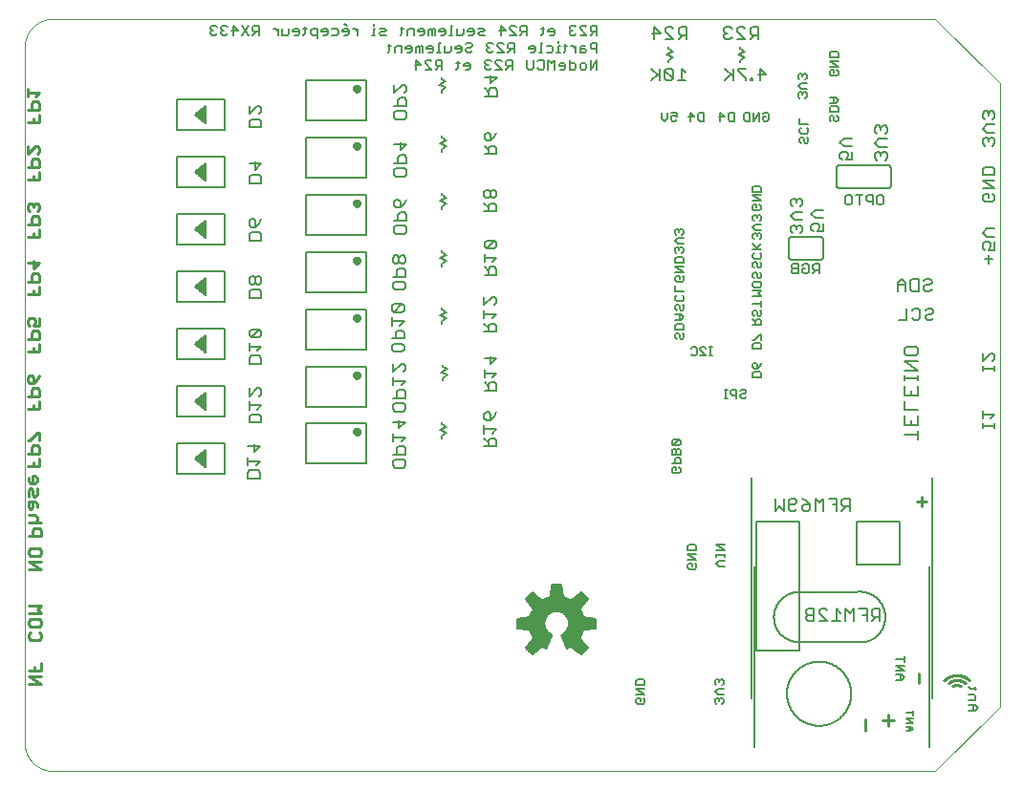
<source format=gbo>
G75*
%MOIN*%
%OFA0B0*%
%FSLAX25Y25*%
%IPPOS*%
%LPD*%
%AMOC8*
5,1,8,0,0,1.08239X$1,22.5*
%
%ADD10C,0.01000*%
%ADD11C,0.00600*%
%ADD12C,0.00800*%
%ADD13C,0.00500*%
%ADD14C,0.00900*%
%ADD15C,0.00100*%
%ADD16C,0.00787*%
%ADD17C,0.02000*%
%ADD18C,0.01100*%
%ADD19C,0.00700*%
%ADD20C,0.00591*%
D10*
X0378145Y0067983D02*
X0378259Y0068094D01*
X0378375Y0068202D01*
X0378494Y0068307D01*
X0378615Y0068409D01*
X0378739Y0068508D01*
X0378866Y0068603D01*
X0378995Y0068696D01*
X0379126Y0068785D01*
X0379259Y0068872D01*
X0379395Y0068954D01*
X0379532Y0069034D01*
X0379671Y0069110D01*
X0379812Y0069182D01*
X0379955Y0069251D01*
X0380100Y0069316D01*
X0380246Y0069378D01*
X0380394Y0069436D01*
X0380543Y0069490D01*
X0380694Y0069540D01*
X0380845Y0069587D01*
X0380998Y0069630D01*
X0381152Y0069669D01*
X0381306Y0069705D01*
X0381462Y0069736D01*
X0381618Y0069764D01*
X0381775Y0069787D01*
X0381932Y0069807D01*
X0382090Y0069823D01*
X0382249Y0069835D01*
X0382407Y0069843D01*
X0382566Y0069847D01*
X0382724Y0069847D01*
X0382883Y0069843D01*
X0383041Y0069835D01*
X0383200Y0069823D01*
X0383358Y0069807D01*
X0383515Y0069787D01*
X0383672Y0069764D01*
X0383828Y0069736D01*
X0383984Y0069705D01*
X0384138Y0069669D01*
X0384292Y0069630D01*
X0384445Y0069587D01*
X0384596Y0069540D01*
X0384747Y0069490D01*
X0384896Y0069436D01*
X0385044Y0069378D01*
X0385190Y0069316D01*
X0385335Y0069251D01*
X0385478Y0069182D01*
X0385619Y0069110D01*
X0385758Y0069034D01*
X0385895Y0068954D01*
X0386031Y0068872D01*
X0386164Y0068785D01*
X0386295Y0068696D01*
X0386424Y0068603D01*
X0386551Y0068508D01*
X0386675Y0068409D01*
X0386796Y0068307D01*
X0386915Y0068202D01*
X0387031Y0068094D01*
X0387145Y0067983D01*
X0384145Y0065983D02*
X0384062Y0066038D01*
X0383977Y0066090D01*
X0383890Y0066139D01*
X0383801Y0066184D01*
X0383710Y0066226D01*
X0383619Y0066265D01*
X0383525Y0066300D01*
X0383431Y0066331D01*
X0383335Y0066359D01*
X0383238Y0066383D01*
X0383141Y0066404D01*
X0383042Y0066421D01*
X0382943Y0066434D01*
X0382844Y0066443D01*
X0382745Y0066449D01*
X0382645Y0066451D01*
X0382545Y0066449D01*
X0382446Y0066443D01*
X0382347Y0066434D01*
X0382248Y0066421D01*
X0382149Y0066404D01*
X0382052Y0066383D01*
X0381955Y0066359D01*
X0381859Y0066331D01*
X0381765Y0066300D01*
X0381671Y0066265D01*
X0381580Y0066226D01*
X0381489Y0066184D01*
X0381400Y0066139D01*
X0381313Y0066090D01*
X0381228Y0066038D01*
X0381145Y0065983D01*
X0379645Y0066983D02*
X0379743Y0067071D01*
X0379845Y0067155D01*
X0379948Y0067236D01*
X0380054Y0067315D01*
X0380162Y0067390D01*
X0380273Y0067462D01*
X0380385Y0067530D01*
X0380499Y0067595D01*
X0380616Y0067657D01*
X0380734Y0067716D01*
X0380853Y0067770D01*
X0380975Y0067822D01*
X0381098Y0067869D01*
X0381222Y0067913D01*
X0381347Y0067953D01*
X0381474Y0067990D01*
X0381601Y0068023D01*
X0381730Y0068052D01*
X0381859Y0068077D01*
X0381989Y0068098D01*
X0382119Y0068116D01*
X0382250Y0068129D01*
X0382382Y0068139D01*
X0382513Y0068145D01*
X0382645Y0068147D01*
X0382777Y0068145D01*
X0382908Y0068139D01*
X0383040Y0068129D01*
X0383171Y0068116D01*
X0383301Y0068098D01*
X0383431Y0068077D01*
X0383560Y0068052D01*
X0383689Y0068023D01*
X0383816Y0067990D01*
X0383943Y0067953D01*
X0384068Y0067913D01*
X0384192Y0067869D01*
X0384315Y0067822D01*
X0384437Y0067770D01*
X0384556Y0067716D01*
X0384674Y0067657D01*
X0384791Y0067595D01*
X0384905Y0067530D01*
X0385017Y0067462D01*
X0385128Y0067390D01*
X0385236Y0067315D01*
X0385342Y0067236D01*
X0385445Y0067155D01*
X0385547Y0067071D01*
X0385645Y0066983D01*
D11*
X0386645Y0065859D02*
X0387212Y0065292D01*
X0389481Y0065292D01*
X0388914Y0065859D02*
X0388914Y0064724D01*
X0388347Y0063310D02*
X0386645Y0063310D01*
X0388347Y0063310D02*
X0388914Y0062743D01*
X0388914Y0061041D01*
X0386645Y0061041D01*
X0386645Y0059627D02*
X0388914Y0059627D01*
X0390048Y0058492D01*
X0388914Y0057358D01*
X0386645Y0057358D01*
X0388347Y0057358D02*
X0388347Y0059627D01*
X0367297Y0057472D02*
X0367297Y0055871D01*
X0367297Y0056671D02*
X0364895Y0056671D01*
X0364895Y0054710D02*
X0367297Y0054710D01*
X0367297Y0053108D02*
X0364895Y0053108D01*
X0364895Y0051947D02*
X0366497Y0051947D01*
X0367297Y0051147D01*
X0366497Y0050346D01*
X0364895Y0050346D01*
X0366096Y0050346D02*
X0366096Y0051947D01*
X0367297Y0053108D02*
X0364895Y0054710D01*
X0334595Y0209983D02*
X0334595Y0213386D01*
X0332893Y0213386D01*
X0332326Y0212819D01*
X0332326Y0211685D01*
X0332893Y0211117D01*
X0334595Y0211117D01*
X0333460Y0211117D02*
X0332326Y0209983D01*
X0330911Y0210550D02*
X0330344Y0209983D01*
X0329210Y0209983D01*
X0328643Y0210550D01*
X0328643Y0211685D01*
X0329777Y0211685D01*
X0328643Y0212819D02*
X0329210Y0213386D01*
X0330344Y0213386D01*
X0330911Y0212819D01*
X0330911Y0210550D01*
X0327228Y0209983D02*
X0327228Y0213386D01*
X0325527Y0213386D01*
X0324960Y0212819D01*
X0324960Y0212252D01*
X0325527Y0211685D01*
X0327228Y0211685D01*
X0325527Y0211685D02*
X0324960Y0211117D01*
X0324960Y0210550D01*
X0325527Y0209983D01*
X0327228Y0209983D01*
X0325095Y0214933D02*
X0335095Y0214933D01*
X0335155Y0214935D01*
X0335216Y0214940D01*
X0335275Y0214949D01*
X0335334Y0214962D01*
X0335393Y0214978D01*
X0335450Y0214998D01*
X0335505Y0215021D01*
X0335560Y0215048D01*
X0335612Y0215077D01*
X0335663Y0215110D01*
X0335712Y0215146D01*
X0335758Y0215184D01*
X0335802Y0215226D01*
X0335844Y0215270D01*
X0335882Y0215316D01*
X0335918Y0215365D01*
X0335951Y0215416D01*
X0335980Y0215468D01*
X0336007Y0215523D01*
X0336030Y0215578D01*
X0336050Y0215635D01*
X0336066Y0215694D01*
X0336079Y0215753D01*
X0336088Y0215812D01*
X0336093Y0215873D01*
X0336095Y0215933D01*
X0336095Y0221933D01*
X0336093Y0221993D01*
X0336088Y0222054D01*
X0336079Y0222113D01*
X0336066Y0222172D01*
X0336050Y0222231D01*
X0336030Y0222288D01*
X0336007Y0222343D01*
X0335980Y0222398D01*
X0335951Y0222450D01*
X0335918Y0222501D01*
X0335882Y0222550D01*
X0335844Y0222596D01*
X0335802Y0222640D01*
X0335758Y0222682D01*
X0335712Y0222720D01*
X0335663Y0222756D01*
X0335612Y0222789D01*
X0335560Y0222818D01*
X0335505Y0222845D01*
X0335450Y0222868D01*
X0335393Y0222888D01*
X0335334Y0222904D01*
X0335275Y0222917D01*
X0335216Y0222926D01*
X0335155Y0222931D01*
X0335095Y0222933D01*
X0325095Y0222933D01*
X0325035Y0222931D01*
X0324974Y0222926D01*
X0324915Y0222917D01*
X0324856Y0222904D01*
X0324797Y0222888D01*
X0324740Y0222868D01*
X0324685Y0222845D01*
X0324630Y0222818D01*
X0324578Y0222789D01*
X0324527Y0222756D01*
X0324478Y0222720D01*
X0324432Y0222682D01*
X0324388Y0222640D01*
X0324346Y0222596D01*
X0324308Y0222550D01*
X0324272Y0222501D01*
X0324239Y0222450D01*
X0324210Y0222398D01*
X0324183Y0222343D01*
X0324160Y0222288D01*
X0324140Y0222231D01*
X0324124Y0222172D01*
X0324111Y0222113D01*
X0324102Y0222054D01*
X0324097Y0221993D01*
X0324095Y0221933D01*
X0324095Y0215933D01*
X0324097Y0215873D01*
X0324102Y0215812D01*
X0324111Y0215753D01*
X0324124Y0215694D01*
X0324140Y0215635D01*
X0324160Y0215578D01*
X0324183Y0215523D01*
X0324210Y0215468D01*
X0324239Y0215416D01*
X0324272Y0215365D01*
X0324308Y0215316D01*
X0324346Y0215270D01*
X0324388Y0215226D01*
X0324432Y0215184D01*
X0324478Y0215146D01*
X0324527Y0215110D01*
X0324578Y0215077D01*
X0324630Y0215048D01*
X0324685Y0215021D01*
X0324740Y0214998D01*
X0324797Y0214978D01*
X0324856Y0214962D01*
X0324915Y0214949D01*
X0324974Y0214940D01*
X0325035Y0214935D01*
X0325095Y0214933D01*
X0344294Y0233983D02*
X0343727Y0234550D01*
X0343727Y0236819D01*
X0344294Y0237386D01*
X0345429Y0237386D01*
X0345996Y0236819D01*
X0345996Y0234550D01*
X0345429Y0233983D01*
X0344294Y0233983D01*
X0348545Y0233983D02*
X0348545Y0237386D01*
X0349679Y0237386D02*
X0347410Y0237386D01*
X0351093Y0236819D02*
X0351093Y0235685D01*
X0351661Y0235117D01*
X0353362Y0235117D01*
X0353362Y0233983D02*
X0353362Y0237386D01*
X0351661Y0237386D01*
X0351093Y0236819D01*
X0354777Y0236819D02*
X0355344Y0237386D01*
X0356478Y0237386D01*
X0357045Y0236819D01*
X0357045Y0234550D01*
X0356478Y0233983D01*
X0355344Y0233983D01*
X0354777Y0234550D01*
X0354777Y0236819D01*
X0358595Y0239933D02*
X0341595Y0239933D01*
X0341535Y0239935D01*
X0341474Y0239940D01*
X0341415Y0239949D01*
X0341356Y0239962D01*
X0341297Y0239978D01*
X0341240Y0239998D01*
X0341185Y0240021D01*
X0341130Y0240048D01*
X0341078Y0240077D01*
X0341027Y0240110D01*
X0340978Y0240146D01*
X0340932Y0240184D01*
X0340888Y0240226D01*
X0340846Y0240270D01*
X0340808Y0240316D01*
X0340772Y0240365D01*
X0340739Y0240416D01*
X0340710Y0240468D01*
X0340683Y0240523D01*
X0340660Y0240578D01*
X0340640Y0240635D01*
X0340624Y0240694D01*
X0340611Y0240753D01*
X0340602Y0240812D01*
X0340597Y0240873D01*
X0340595Y0240933D01*
X0340595Y0246933D01*
X0340597Y0246993D01*
X0340602Y0247054D01*
X0340611Y0247113D01*
X0340624Y0247172D01*
X0340640Y0247231D01*
X0340660Y0247288D01*
X0340683Y0247343D01*
X0340710Y0247398D01*
X0340739Y0247450D01*
X0340772Y0247501D01*
X0340808Y0247550D01*
X0340846Y0247596D01*
X0340888Y0247640D01*
X0340932Y0247682D01*
X0340978Y0247720D01*
X0341027Y0247756D01*
X0341078Y0247789D01*
X0341130Y0247818D01*
X0341185Y0247845D01*
X0341240Y0247868D01*
X0341297Y0247888D01*
X0341356Y0247904D01*
X0341415Y0247917D01*
X0341474Y0247926D01*
X0341535Y0247931D01*
X0341595Y0247933D01*
X0358595Y0247933D01*
X0358655Y0247931D01*
X0358716Y0247926D01*
X0358775Y0247917D01*
X0358834Y0247904D01*
X0358893Y0247888D01*
X0358950Y0247868D01*
X0359005Y0247845D01*
X0359060Y0247818D01*
X0359112Y0247789D01*
X0359163Y0247756D01*
X0359212Y0247720D01*
X0359258Y0247682D01*
X0359302Y0247640D01*
X0359344Y0247596D01*
X0359382Y0247550D01*
X0359418Y0247501D01*
X0359451Y0247450D01*
X0359480Y0247398D01*
X0359507Y0247343D01*
X0359530Y0247288D01*
X0359550Y0247231D01*
X0359566Y0247172D01*
X0359579Y0247113D01*
X0359588Y0247054D01*
X0359593Y0246993D01*
X0359595Y0246933D01*
X0359595Y0240933D01*
X0359593Y0240873D01*
X0359588Y0240812D01*
X0359579Y0240753D01*
X0359566Y0240694D01*
X0359550Y0240635D01*
X0359530Y0240578D01*
X0359507Y0240523D01*
X0359480Y0240468D01*
X0359451Y0240416D01*
X0359418Y0240365D01*
X0359382Y0240316D01*
X0359344Y0240270D01*
X0359302Y0240226D01*
X0359258Y0240184D01*
X0359212Y0240146D01*
X0359163Y0240110D01*
X0359112Y0240077D01*
X0359060Y0240048D01*
X0359005Y0240021D01*
X0358950Y0239998D01*
X0358893Y0239978D01*
X0358834Y0239962D01*
X0358775Y0239949D01*
X0358716Y0239940D01*
X0358655Y0239935D01*
X0358595Y0239933D01*
X0257203Y0281212D02*
X0257203Y0284615D01*
X0254935Y0281212D01*
X0254935Y0284615D01*
X0253520Y0282914D02*
X0253520Y0281780D01*
X0252953Y0281212D01*
X0251819Y0281212D01*
X0251252Y0281780D01*
X0251252Y0282914D01*
X0251819Y0283481D01*
X0252953Y0283481D01*
X0253520Y0282914D01*
X0249837Y0282914D02*
X0249270Y0283481D01*
X0247569Y0283481D01*
X0247569Y0284615D02*
X0247569Y0281212D01*
X0249270Y0281212D01*
X0249837Y0281780D01*
X0249837Y0282914D01*
X0246154Y0282914D02*
X0245587Y0283481D01*
X0244453Y0283481D01*
X0243885Y0282914D01*
X0243885Y0282347D01*
X0246154Y0282347D01*
X0246154Y0281780D02*
X0246154Y0282914D01*
X0246154Y0281780D02*
X0245587Y0281212D01*
X0244453Y0281212D01*
X0242471Y0281212D02*
X0242471Y0284615D01*
X0241337Y0283481D01*
X0240202Y0284615D01*
X0240202Y0281212D01*
X0238788Y0281780D02*
X0238221Y0281212D01*
X0237086Y0281212D01*
X0236519Y0281780D01*
X0235105Y0281780D02*
X0234537Y0281212D01*
X0233403Y0281212D01*
X0232836Y0281780D01*
X0232836Y0284615D01*
X0235105Y0284615D02*
X0235105Y0281780D01*
X0236519Y0284048D02*
X0237086Y0284615D01*
X0238221Y0284615D01*
X0238788Y0284048D01*
X0238788Y0281780D01*
X0238174Y0287212D02*
X0237040Y0287212D01*
X0237607Y0287212D02*
X0237607Y0290615D01*
X0238174Y0290615D01*
X0239588Y0289481D02*
X0241290Y0289481D01*
X0241857Y0288914D01*
X0241857Y0287780D01*
X0241290Y0287212D01*
X0239588Y0287212D01*
X0243178Y0287212D02*
X0244312Y0287212D01*
X0243745Y0287212D02*
X0243745Y0289481D01*
X0244312Y0289481D01*
X0243745Y0290615D02*
X0243745Y0291182D01*
X0245634Y0289481D02*
X0246768Y0289481D01*
X0246201Y0290048D02*
X0246201Y0287780D01*
X0245634Y0287212D01*
X0248136Y0289481D02*
X0248703Y0289481D01*
X0249837Y0288347D01*
X0249837Y0289481D02*
X0249837Y0287212D01*
X0251252Y0287212D02*
X0252953Y0287212D01*
X0253520Y0287780D01*
X0252953Y0288347D01*
X0251252Y0288347D01*
X0251252Y0288914D02*
X0251252Y0287212D01*
X0251252Y0288914D02*
X0251819Y0289481D01*
X0252953Y0289481D01*
X0254935Y0288914D02*
X0255502Y0288347D01*
X0257203Y0288347D01*
X0257203Y0287212D02*
X0257203Y0290615D01*
X0255502Y0290615D01*
X0254935Y0290048D01*
X0254935Y0288914D01*
X0254935Y0293212D02*
X0256069Y0294347D01*
X0255502Y0294347D02*
X0257203Y0294347D01*
X0257203Y0293212D02*
X0257203Y0296615D01*
X0255502Y0296615D01*
X0254935Y0296048D01*
X0254935Y0294914D01*
X0255502Y0294347D01*
X0253520Y0293212D02*
X0251252Y0295481D01*
X0251252Y0296048D01*
X0251819Y0296615D01*
X0252953Y0296615D01*
X0253520Y0296048D01*
X0253520Y0293212D02*
X0251252Y0293212D01*
X0249837Y0293780D02*
X0249270Y0293212D01*
X0248136Y0293212D01*
X0247569Y0293780D01*
X0247569Y0294347D01*
X0248136Y0294914D01*
X0248703Y0294914D01*
X0248136Y0294914D02*
X0247569Y0295481D01*
X0247569Y0296048D01*
X0248136Y0296615D01*
X0249270Y0296615D01*
X0249837Y0296048D01*
X0242471Y0294914D02*
X0242471Y0293780D01*
X0241904Y0293212D01*
X0240769Y0293212D01*
X0240202Y0294347D02*
X0242471Y0294347D01*
X0242471Y0294914D02*
X0241904Y0295481D01*
X0240769Y0295481D01*
X0240202Y0294914D01*
X0240202Y0294347D01*
X0238788Y0295481D02*
X0237653Y0295481D01*
X0238221Y0296048D02*
X0238221Y0293780D01*
X0237653Y0293212D01*
X0235151Y0289481D02*
X0234017Y0289481D01*
X0233450Y0288914D01*
X0233450Y0288347D01*
X0235719Y0288347D01*
X0235719Y0288914D02*
X0235151Y0289481D01*
X0235719Y0288914D02*
X0235719Y0287780D01*
X0235151Y0287212D01*
X0234017Y0287212D01*
X0228352Y0287212D02*
X0228352Y0290615D01*
X0226651Y0290615D01*
X0226084Y0290048D01*
X0226084Y0288914D01*
X0226651Y0288347D01*
X0228352Y0288347D01*
X0227218Y0288347D02*
X0226084Y0287212D01*
X0224669Y0287212D02*
X0222400Y0289481D01*
X0222400Y0290048D01*
X0222968Y0290615D01*
X0224102Y0290615D01*
X0224669Y0290048D01*
X0224669Y0287212D02*
X0222400Y0287212D01*
X0220986Y0287780D02*
X0220419Y0287212D01*
X0219284Y0287212D01*
X0218717Y0287780D01*
X0218717Y0288347D01*
X0219284Y0288914D01*
X0219852Y0288914D01*
X0219284Y0288914D02*
X0218717Y0289481D01*
X0218717Y0290048D01*
X0219284Y0290615D01*
X0220419Y0290615D01*
X0220986Y0290048D01*
X0223581Y0293212D02*
X0223581Y0296615D01*
X0225283Y0294914D01*
X0223014Y0294914D01*
X0226697Y0295481D02*
X0226697Y0296048D01*
X0227265Y0296615D01*
X0228399Y0296615D01*
X0228966Y0296048D01*
X0230381Y0296048D02*
X0230381Y0294914D01*
X0230948Y0294347D01*
X0232649Y0294347D01*
X0231515Y0294347D02*
X0230381Y0293212D01*
X0228966Y0293212D02*
X0226697Y0295481D01*
X0226697Y0293212D02*
X0228966Y0293212D01*
X0230381Y0296048D02*
X0230948Y0296615D01*
X0232649Y0296615D01*
X0232649Y0293212D01*
X0227738Y0284615D02*
X0226037Y0284615D01*
X0225470Y0284048D01*
X0225470Y0282914D01*
X0226037Y0282347D01*
X0227738Y0282347D01*
X0226604Y0282347D02*
X0225470Y0281212D01*
X0224055Y0281212D02*
X0221787Y0283481D01*
X0221787Y0284048D01*
X0222354Y0284615D01*
X0223488Y0284615D01*
X0224055Y0284048D01*
X0224055Y0281212D02*
X0221787Y0281212D01*
X0220372Y0281780D02*
X0219805Y0281212D01*
X0218671Y0281212D01*
X0218103Y0281780D01*
X0218103Y0282347D01*
X0218671Y0282914D01*
X0219238Y0282914D01*
X0218671Y0282914D02*
X0218103Y0283481D01*
X0218103Y0284048D01*
X0218671Y0284615D01*
X0219805Y0284615D01*
X0220372Y0284048D01*
X0227738Y0284615D02*
X0227738Y0281212D01*
X0213006Y0281780D02*
X0212439Y0281212D01*
X0211304Y0281212D01*
X0210737Y0282347D02*
X0213006Y0282347D01*
X0213006Y0282914D02*
X0212439Y0283481D01*
X0211304Y0283481D01*
X0210737Y0282914D01*
X0210737Y0282347D01*
X0209323Y0283481D02*
X0208188Y0283481D01*
X0208755Y0284048D02*
X0208755Y0281780D01*
X0208188Y0281212D01*
X0213006Y0281780D02*
X0213006Y0282914D01*
X0213052Y0287212D02*
X0213620Y0287780D01*
X0213052Y0287212D02*
X0211918Y0287212D01*
X0211351Y0287780D01*
X0211351Y0288347D01*
X0211918Y0288914D01*
X0213052Y0288914D01*
X0213620Y0289481D01*
X0213620Y0290048D01*
X0213052Y0290615D01*
X0211918Y0290615D01*
X0211351Y0290048D01*
X0209936Y0288914D02*
X0209369Y0289481D01*
X0208235Y0289481D01*
X0207668Y0288914D01*
X0207668Y0288347D01*
X0209936Y0288347D01*
X0209936Y0287780D02*
X0209936Y0288914D01*
X0209936Y0287780D02*
X0209369Y0287212D01*
X0208235Y0287212D01*
X0206253Y0287780D02*
X0206253Y0289481D01*
X0206253Y0287780D02*
X0205686Y0287212D01*
X0203985Y0287212D01*
X0203985Y0289481D01*
X0202570Y0290615D02*
X0202003Y0290615D01*
X0202003Y0287212D01*
X0202570Y0287212D02*
X0201436Y0287212D01*
X0200115Y0287780D02*
X0200115Y0288914D01*
X0199548Y0289481D01*
X0198413Y0289481D01*
X0197846Y0288914D01*
X0197846Y0288347D01*
X0200115Y0288347D01*
X0200115Y0287780D02*
X0199548Y0287212D01*
X0198413Y0287212D01*
X0196432Y0287212D02*
X0196432Y0289481D01*
X0195864Y0289481D01*
X0195297Y0288914D01*
X0194730Y0289481D01*
X0194163Y0288914D01*
X0194163Y0287212D01*
X0195297Y0287212D02*
X0195297Y0288914D01*
X0192748Y0288914D02*
X0192181Y0289481D01*
X0191047Y0289481D01*
X0190480Y0288914D01*
X0190480Y0288347D01*
X0192748Y0288347D01*
X0192748Y0287780D02*
X0192748Y0288914D01*
X0192748Y0287780D02*
X0192181Y0287212D01*
X0191047Y0287212D01*
X0189065Y0287212D02*
X0189065Y0289481D01*
X0187364Y0289481D01*
X0186797Y0288914D01*
X0186797Y0287212D01*
X0184815Y0287780D02*
X0184248Y0287212D01*
X0184815Y0287780D02*
X0184815Y0290048D01*
X0185382Y0289481D02*
X0184248Y0289481D01*
X0183541Y0293212D02*
X0181839Y0293212D01*
X0181272Y0293780D01*
X0181839Y0294347D01*
X0182973Y0294347D01*
X0183541Y0294914D01*
X0182973Y0295481D01*
X0181272Y0295481D01*
X0179857Y0295481D02*
X0179290Y0295481D01*
X0179290Y0293212D01*
X0179857Y0293212D02*
X0178723Y0293212D01*
X0179290Y0296615D02*
X0179290Y0297182D01*
X0173719Y0295481D02*
X0173719Y0293212D01*
X0173719Y0294347D02*
X0172585Y0295481D01*
X0172017Y0295481D01*
X0170650Y0294914D02*
X0170650Y0293780D01*
X0170082Y0293212D01*
X0168948Y0293212D01*
X0168381Y0294347D02*
X0170650Y0294347D01*
X0170650Y0294914D02*
X0170082Y0295481D01*
X0168948Y0295481D01*
X0168381Y0294914D01*
X0168381Y0294347D01*
X0166966Y0294914D02*
X0166966Y0293780D01*
X0166399Y0293212D01*
X0164698Y0293212D01*
X0163283Y0293780D02*
X0163283Y0294914D01*
X0162716Y0295481D01*
X0161582Y0295481D01*
X0161015Y0294914D01*
X0161015Y0294347D01*
X0163283Y0294347D01*
X0163283Y0293780D02*
X0162716Y0293212D01*
X0161582Y0293212D01*
X0159600Y0293212D02*
X0157899Y0293212D01*
X0157332Y0293780D01*
X0157332Y0294914D01*
X0157899Y0295481D01*
X0159600Y0295481D01*
X0159600Y0292078D01*
X0155350Y0293780D02*
X0155350Y0296048D01*
X0155917Y0295481D02*
X0154783Y0295481D01*
X0153462Y0294914D02*
X0153462Y0293780D01*
X0152894Y0293212D01*
X0151760Y0293212D01*
X0151193Y0294347D02*
X0153462Y0294347D01*
X0153462Y0294914D02*
X0152894Y0295481D01*
X0151760Y0295481D01*
X0151193Y0294914D01*
X0151193Y0294347D01*
X0149778Y0293780D02*
X0149778Y0295481D01*
X0149778Y0293780D02*
X0149211Y0293212D01*
X0147510Y0293212D01*
X0147510Y0295481D01*
X0146095Y0295481D02*
X0146095Y0293212D01*
X0146095Y0294347D02*
X0144961Y0295481D01*
X0144394Y0295481D01*
X0139343Y0294347D02*
X0137641Y0294347D01*
X0137074Y0294914D01*
X0137074Y0296048D01*
X0137641Y0296615D01*
X0139343Y0296615D01*
X0139343Y0293212D01*
X0138209Y0294347D02*
X0137074Y0293212D01*
X0135660Y0293212D02*
X0133391Y0296615D01*
X0131977Y0294914D02*
X0129708Y0294914D01*
X0130275Y0293212D02*
X0130275Y0296615D01*
X0131977Y0294914D01*
X0133391Y0293212D02*
X0135660Y0296615D01*
X0128293Y0296048D02*
X0127726Y0296615D01*
X0126592Y0296615D01*
X0126025Y0296048D01*
X0126025Y0295481D01*
X0126592Y0294914D01*
X0126025Y0294347D01*
X0126025Y0293780D01*
X0126592Y0293212D01*
X0127726Y0293212D01*
X0128293Y0293780D01*
X0127159Y0294914D02*
X0126592Y0294914D01*
X0124610Y0296048D02*
X0124043Y0296615D01*
X0122909Y0296615D01*
X0122342Y0296048D01*
X0122342Y0295481D01*
X0122909Y0294914D01*
X0122342Y0294347D01*
X0122342Y0293780D01*
X0122909Y0293212D01*
X0124043Y0293212D01*
X0124610Y0293780D01*
X0123476Y0294914D02*
X0122909Y0294914D01*
X0154783Y0293212D02*
X0155350Y0293780D01*
X0164698Y0295481D02*
X0166399Y0295481D01*
X0166966Y0294914D01*
X0168948Y0297182D02*
X0170082Y0296615D01*
X0188545Y0295481D02*
X0189679Y0295481D01*
X0189112Y0296048D02*
X0189112Y0293780D01*
X0188545Y0293212D01*
X0191094Y0293212D02*
X0191094Y0294914D01*
X0191661Y0295481D01*
X0193362Y0295481D01*
X0193362Y0293212D01*
X0194777Y0294347D02*
X0197045Y0294347D01*
X0197045Y0293780D02*
X0197045Y0294914D01*
X0196478Y0295481D01*
X0195344Y0295481D01*
X0194777Y0294914D01*
X0194777Y0294347D01*
X0195344Y0293212D02*
X0196478Y0293212D01*
X0197045Y0293780D01*
X0198460Y0293212D02*
X0198460Y0294914D01*
X0199027Y0295481D01*
X0199594Y0294914D01*
X0199594Y0293212D01*
X0200729Y0293212D02*
X0200729Y0295481D01*
X0200161Y0295481D01*
X0199594Y0294914D01*
X0202143Y0294914D02*
X0202143Y0294347D01*
X0204412Y0294347D01*
X0204412Y0293780D02*
X0204412Y0294914D01*
X0203845Y0295481D01*
X0202710Y0295481D01*
X0202143Y0294914D01*
X0202710Y0293212D02*
X0203845Y0293212D01*
X0204412Y0293780D01*
X0205733Y0293212D02*
X0206867Y0293212D01*
X0206300Y0293212D02*
X0206300Y0296615D01*
X0206867Y0296615D01*
X0208282Y0295481D02*
X0208282Y0293212D01*
X0209983Y0293212D01*
X0210550Y0293780D01*
X0210550Y0295481D01*
X0211965Y0294914D02*
X0211965Y0294347D01*
X0214233Y0294347D01*
X0214233Y0293780D02*
X0214233Y0294914D01*
X0213666Y0295481D01*
X0212532Y0295481D01*
X0211965Y0294914D01*
X0212532Y0293212D02*
X0213666Y0293212D01*
X0214233Y0293780D01*
X0215648Y0293780D02*
X0216215Y0294347D01*
X0217349Y0294347D01*
X0217917Y0294914D01*
X0217349Y0295481D01*
X0215648Y0295481D01*
X0215648Y0293780D02*
X0216215Y0293212D01*
X0217917Y0293212D01*
X0203184Y0284615D02*
X0203184Y0281212D01*
X0203184Y0282347D02*
X0201483Y0282347D01*
X0200915Y0282914D01*
X0200915Y0284048D01*
X0201483Y0284615D01*
X0203184Y0284615D01*
X0202050Y0282347D02*
X0200915Y0281212D01*
X0199501Y0281212D02*
X0197232Y0283481D01*
X0197232Y0284048D01*
X0197799Y0284615D01*
X0198934Y0284615D01*
X0199501Y0284048D01*
X0199501Y0281212D02*
X0197232Y0281212D01*
X0195818Y0282914D02*
X0193549Y0282914D01*
X0194116Y0284615D02*
X0195818Y0282914D01*
X0194116Y0281212D02*
X0194116Y0284615D01*
D12*
X0189971Y0275950D02*
X0190671Y0275249D01*
X0190671Y0273848D01*
X0189971Y0273147D01*
X0189971Y0271346D02*
X0188569Y0271346D01*
X0187869Y0270645D01*
X0187869Y0268543D01*
X0186468Y0268543D02*
X0190671Y0268543D01*
X0190671Y0270645D01*
X0189971Y0271346D01*
X0186468Y0273147D02*
X0189270Y0275950D01*
X0189971Y0275950D01*
X0186468Y0275950D02*
X0186468Y0273147D01*
X0187168Y0266742D02*
X0189971Y0266742D01*
X0190671Y0266041D01*
X0190671Y0264640D01*
X0189971Y0263939D01*
X0187168Y0263939D01*
X0186468Y0264640D01*
X0186468Y0266041D01*
X0187168Y0266742D01*
X0188569Y0255950D02*
X0188569Y0253147D01*
X0190671Y0255249D01*
X0186468Y0255249D01*
X0188569Y0251346D02*
X0187869Y0250645D01*
X0187869Y0248543D01*
X0186468Y0248543D02*
X0190671Y0248543D01*
X0190671Y0250645D01*
X0189971Y0251346D01*
X0188569Y0251346D01*
X0187168Y0246742D02*
X0189971Y0246742D01*
X0190671Y0246041D01*
X0190671Y0244640D01*
X0189971Y0243939D01*
X0187168Y0243939D01*
X0186468Y0244640D01*
X0186468Y0246041D01*
X0187168Y0246742D01*
X0187168Y0235950D02*
X0187869Y0235950D01*
X0188569Y0235249D01*
X0188569Y0233147D01*
X0187168Y0233147D01*
X0186468Y0233848D01*
X0186468Y0235249D01*
X0187168Y0235950D01*
X0188569Y0233147D02*
X0189971Y0234548D01*
X0190671Y0235950D01*
X0189971Y0231346D02*
X0188569Y0231346D01*
X0187869Y0230645D01*
X0187869Y0228543D01*
X0186468Y0228543D02*
X0190671Y0228543D01*
X0190671Y0230645D01*
X0189971Y0231346D01*
X0189971Y0226742D02*
X0187168Y0226742D01*
X0186468Y0226041D01*
X0186468Y0224640D01*
X0187168Y0223939D01*
X0189971Y0223939D01*
X0190671Y0224640D01*
X0190671Y0226041D01*
X0189971Y0226742D01*
X0189577Y0216343D02*
X0188876Y0216343D01*
X0188176Y0215643D01*
X0188176Y0214242D01*
X0188876Y0213541D01*
X0189577Y0213541D01*
X0190277Y0214242D01*
X0190277Y0215643D01*
X0189577Y0216343D01*
X0188176Y0215643D02*
X0187475Y0216343D01*
X0186774Y0216343D01*
X0186074Y0215643D01*
X0186074Y0214242D01*
X0186774Y0213541D01*
X0187475Y0213541D01*
X0188176Y0214242D01*
X0188176Y0211739D02*
X0187475Y0211039D01*
X0187475Y0208937D01*
X0186074Y0208937D02*
X0190277Y0208937D01*
X0190277Y0211039D01*
X0189577Y0211739D01*
X0188176Y0211739D01*
X0186774Y0207135D02*
X0189577Y0207135D01*
X0190277Y0206435D01*
X0190277Y0205034D01*
X0189577Y0204333D01*
X0186774Y0204333D01*
X0186074Y0205034D01*
X0186074Y0206435D01*
X0186774Y0207135D01*
X0186381Y0199372D02*
X0185680Y0198672D01*
X0185680Y0197271D01*
X0186381Y0196570D01*
X0189183Y0199372D01*
X0186381Y0199372D01*
X0186381Y0196570D02*
X0189183Y0196570D01*
X0189884Y0197271D01*
X0189884Y0198672D01*
X0189183Y0199372D01*
X0185680Y0194769D02*
X0185680Y0191966D01*
X0185680Y0193367D02*
X0189884Y0193367D01*
X0188483Y0191966D01*
X0189183Y0190165D02*
X0187782Y0190165D01*
X0187081Y0189464D01*
X0187081Y0187362D01*
X0185680Y0187362D02*
X0189884Y0187362D01*
X0189884Y0189464D01*
X0189183Y0190165D01*
X0189183Y0185561D02*
X0186381Y0185561D01*
X0185680Y0184860D01*
X0185680Y0183459D01*
X0186381Y0182758D01*
X0189183Y0182758D01*
X0189884Y0183459D01*
X0189884Y0184860D01*
X0189183Y0185561D01*
X0188876Y0178585D02*
X0189577Y0178585D01*
X0190277Y0177884D01*
X0190277Y0176483D01*
X0189577Y0175783D01*
X0188876Y0178585D02*
X0186074Y0175783D01*
X0186074Y0178585D01*
X0186074Y0173981D02*
X0186074Y0171179D01*
X0186074Y0172580D02*
X0190277Y0172580D01*
X0188876Y0171179D01*
X0188176Y0169377D02*
X0187475Y0168677D01*
X0187475Y0166575D01*
X0186074Y0166575D02*
X0190277Y0166575D01*
X0190277Y0168677D01*
X0189577Y0169377D01*
X0188176Y0169377D01*
X0186774Y0164773D02*
X0189577Y0164773D01*
X0190277Y0164073D01*
X0190277Y0162671D01*
X0189577Y0161971D01*
X0186774Y0161971D01*
X0186074Y0162671D01*
X0186074Y0164073D01*
X0186774Y0164773D01*
X0188176Y0158900D02*
X0188176Y0156098D01*
X0190277Y0158199D01*
X0186074Y0158199D01*
X0186074Y0154296D02*
X0186074Y0151494D01*
X0186074Y0152895D02*
X0190277Y0152895D01*
X0188876Y0151494D01*
X0188176Y0149692D02*
X0187475Y0148992D01*
X0187475Y0146890D01*
X0186074Y0146890D02*
X0190277Y0146890D01*
X0190277Y0148992D01*
X0189577Y0149692D01*
X0188176Y0149692D01*
X0186774Y0145088D02*
X0189577Y0145088D01*
X0190277Y0144388D01*
X0190277Y0142986D01*
X0189577Y0142286D01*
X0186774Y0142286D01*
X0186074Y0142986D01*
X0186074Y0144388D01*
X0186774Y0145088D01*
X0217855Y0149669D02*
X0222059Y0149669D01*
X0222059Y0151771D01*
X0221358Y0152471D01*
X0219957Y0152471D01*
X0219257Y0151771D01*
X0219257Y0149669D01*
X0219257Y0151070D02*
X0217855Y0152471D01*
X0217855Y0154273D02*
X0217855Y0157075D01*
X0217855Y0155674D02*
X0222059Y0155674D01*
X0220658Y0154273D01*
X0219957Y0158877D02*
X0218556Y0158877D01*
X0217855Y0159577D01*
X0217855Y0160979D01*
X0218556Y0161679D01*
X0219257Y0161679D01*
X0219957Y0160979D01*
X0219957Y0158877D01*
X0221358Y0160278D01*
X0222059Y0161679D01*
X0222134Y0169240D02*
X0217930Y0169240D01*
X0219331Y0169240D02*
X0219331Y0171342D01*
X0220032Y0172042D01*
X0221433Y0172042D01*
X0222134Y0171342D01*
X0222134Y0169240D01*
X0219331Y0170641D02*
X0217930Y0172042D01*
X0217930Y0173844D02*
X0217930Y0176646D01*
X0217930Y0175245D02*
X0222134Y0175245D01*
X0220733Y0173844D01*
X0220032Y0178448D02*
X0220032Y0181250D01*
X0222134Y0180549D02*
X0220032Y0178448D01*
X0217930Y0180549D02*
X0222134Y0180549D01*
X0222022Y0189775D02*
X0217818Y0189775D01*
X0219219Y0189775D02*
X0219219Y0191877D01*
X0219920Y0192578D01*
X0221321Y0192578D01*
X0222022Y0191877D01*
X0222022Y0189775D01*
X0219219Y0191176D02*
X0217818Y0192578D01*
X0217818Y0194379D02*
X0217818Y0197182D01*
X0217818Y0195780D02*
X0222022Y0195780D01*
X0220620Y0194379D01*
X0221321Y0198983D02*
X0222022Y0199684D01*
X0222022Y0201085D01*
X0221321Y0201785D01*
X0220620Y0201785D01*
X0217818Y0198983D01*
X0217818Y0201785D01*
X0217924Y0209525D02*
X0222128Y0209525D01*
X0222128Y0211627D01*
X0221427Y0212328D01*
X0220026Y0212328D01*
X0219325Y0211627D01*
X0219325Y0209525D01*
X0219325Y0210926D02*
X0217924Y0212328D01*
X0217924Y0214129D02*
X0217924Y0216932D01*
X0217924Y0215530D02*
X0222128Y0215530D01*
X0220727Y0214129D01*
X0221427Y0218733D02*
X0218625Y0218733D01*
X0221427Y0221535D01*
X0218625Y0221535D01*
X0217924Y0220835D01*
X0217924Y0219434D01*
X0218625Y0218733D01*
X0221427Y0218733D02*
X0222128Y0219434D01*
X0222128Y0220835D01*
X0221427Y0221535D01*
X0222022Y0231804D02*
X0217818Y0231804D01*
X0219219Y0231804D02*
X0219219Y0233906D01*
X0219920Y0234607D01*
X0221321Y0234607D01*
X0222022Y0233906D01*
X0222022Y0231804D01*
X0219219Y0233206D02*
X0217818Y0234607D01*
X0218519Y0236408D02*
X0219219Y0236408D01*
X0219920Y0237109D01*
X0219920Y0238510D01*
X0219219Y0239211D01*
X0218519Y0239211D01*
X0217818Y0238510D01*
X0217818Y0237109D01*
X0218519Y0236408D01*
X0219920Y0237109D02*
X0220620Y0236408D01*
X0221321Y0236408D01*
X0222022Y0237109D01*
X0222022Y0238510D01*
X0221321Y0239211D01*
X0220620Y0239211D01*
X0219920Y0238510D01*
X0219363Y0251842D02*
X0219363Y0253944D01*
X0220063Y0254644D01*
X0221465Y0254644D01*
X0222165Y0253944D01*
X0222165Y0251842D01*
X0217962Y0251842D01*
X0219363Y0253243D02*
X0217962Y0254644D01*
X0218662Y0256446D02*
X0217962Y0257146D01*
X0217962Y0258547D01*
X0218662Y0259248D01*
X0219363Y0259248D01*
X0220063Y0258547D01*
X0220063Y0256446D01*
X0218662Y0256446D01*
X0220063Y0256446D02*
X0221465Y0257847D01*
X0222165Y0259248D01*
X0222242Y0271873D02*
X0218038Y0271873D01*
X0219440Y0271873D02*
X0219440Y0273975D01*
X0220140Y0274676D01*
X0221541Y0274676D01*
X0222242Y0273975D01*
X0222242Y0271873D01*
X0219440Y0273274D02*
X0218038Y0274676D01*
X0220140Y0276477D02*
X0220140Y0279280D01*
X0218038Y0278579D02*
X0222242Y0278579D01*
X0220140Y0276477D01*
X0276185Y0277333D02*
X0278287Y0279435D01*
X0278987Y0278734D02*
X0276185Y0281537D01*
X0278987Y0281537D02*
X0278987Y0277333D01*
X0280789Y0278034D02*
X0280789Y0280836D01*
X0283591Y0278034D01*
X0282891Y0277333D01*
X0281489Y0277333D01*
X0280789Y0278034D01*
X0280789Y0280836D02*
X0281489Y0281537D01*
X0282891Y0281537D01*
X0283591Y0280836D01*
X0283591Y0278034D01*
X0285393Y0277333D02*
X0288195Y0277333D01*
X0286794Y0277333D02*
X0286794Y0281537D01*
X0288195Y0280135D01*
X0288445Y0291833D02*
X0288445Y0296037D01*
X0286343Y0296037D01*
X0285643Y0295336D01*
X0285643Y0293935D01*
X0286343Y0293234D01*
X0288445Y0293234D01*
X0287044Y0293234D02*
X0285643Y0291833D01*
X0283841Y0291833D02*
X0281039Y0294635D01*
X0281039Y0295336D01*
X0281739Y0296037D01*
X0283141Y0296037D01*
X0283841Y0295336D01*
X0283841Y0291833D02*
X0281039Y0291833D01*
X0279237Y0293935D02*
X0277135Y0296037D01*
X0277135Y0291833D01*
X0276435Y0293935D02*
X0279237Y0293935D01*
X0301435Y0293234D02*
X0301435Y0292534D01*
X0302135Y0291833D01*
X0303537Y0291833D01*
X0304237Y0292534D01*
X0306039Y0291833D02*
X0308841Y0291833D01*
X0306039Y0294635D01*
X0306039Y0295336D01*
X0306739Y0296037D01*
X0308141Y0296037D01*
X0308841Y0295336D01*
X0310643Y0295336D02*
X0310643Y0293935D01*
X0311343Y0293234D01*
X0313445Y0293234D01*
X0313445Y0291833D02*
X0313445Y0296037D01*
X0311343Y0296037D01*
X0310643Y0295336D01*
X0312044Y0293234D02*
X0310643Y0291833D01*
X0304237Y0295336D02*
X0303537Y0296037D01*
X0302135Y0296037D01*
X0301435Y0295336D01*
X0301435Y0294635D01*
X0302135Y0293935D01*
X0301435Y0293234D01*
X0302135Y0293935D02*
X0302836Y0293935D01*
X0301747Y0281537D02*
X0304549Y0278734D01*
X0303849Y0279435D02*
X0301747Y0277333D01*
X0304549Y0277333D02*
X0304549Y0281537D01*
X0306351Y0281537D02*
X0306351Y0280836D01*
X0309153Y0278034D01*
X0309153Y0277333D01*
X0310754Y0277333D02*
X0311455Y0277333D01*
X0311455Y0278034D01*
X0310754Y0278034D01*
X0310754Y0277333D01*
X0313957Y0277333D02*
X0313957Y0281537D01*
X0316059Y0279435D01*
X0313257Y0279435D01*
X0309153Y0281537D02*
X0306351Y0281537D01*
X0341849Y0255748D02*
X0343251Y0257150D01*
X0346053Y0257150D01*
X0346053Y0254347D02*
X0343251Y0254347D01*
X0341849Y0255748D01*
X0342550Y0252546D02*
X0341849Y0251845D01*
X0341849Y0250444D01*
X0342550Y0249743D01*
X0343951Y0249743D02*
X0344652Y0251145D01*
X0344652Y0251845D01*
X0343951Y0252546D01*
X0342550Y0252546D01*
X0343951Y0249743D02*
X0346053Y0249743D01*
X0346053Y0252546D01*
X0354099Y0251741D02*
X0354099Y0250340D01*
X0354800Y0249639D01*
X0356201Y0251041D02*
X0356201Y0251741D01*
X0355501Y0252442D01*
X0354800Y0252442D01*
X0354099Y0251741D01*
X0356201Y0251741D02*
X0356902Y0252442D01*
X0357602Y0252442D01*
X0358303Y0251741D01*
X0358303Y0250340D01*
X0357602Y0249639D01*
X0358303Y0254243D02*
X0355501Y0254243D01*
X0354099Y0255645D01*
X0355501Y0257046D01*
X0358303Y0257046D01*
X0357602Y0258847D02*
X0358303Y0259548D01*
X0358303Y0260949D01*
X0357602Y0261650D01*
X0356902Y0261650D01*
X0356201Y0260949D01*
X0355501Y0261650D01*
X0354800Y0261650D01*
X0354099Y0260949D01*
X0354099Y0259548D01*
X0354800Y0258847D01*
X0356201Y0260248D02*
X0356201Y0260949D01*
X0328803Y0235449D02*
X0328102Y0236150D01*
X0327402Y0236150D01*
X0326701Y0235449D01*
X0326001Y0236150D01*
X0325300Y0236150D01*
X0324599Y0235449D01*
X0324599Y0234048D01*
X0325300Y0233347D01*
X0326001Y0231546D02*
X0324599Y0230145D01*
X0326001Y0228743D01*
X0328803Y0228743D01*
X0328102Y0226942D02*
X0327402Y0226942D01*
X0326701Y0226241D01*
X0326001Y0226942D01*
X0325300Y0226942D01*
X0324599Y0226241D01*
X0324599Y0224840D01*
X0325300Y0224139D01*
X0326701Y0225541D02*
X0326701Y0226241D01*
X0328102Y0226942D02*
X0328803Y0226241D01*
X0328803Y0224840D01*
X0328102Y0224139D01*
X0331849Y0225444D02*
X0332550Y0224743D01*
X0331849Y0225444D02*
X0331849Y0226845D01*
X0332550Y0227546D01*
X0333951Y0227546D01*
X0334652Y0226845D01*
X0334652Y0226145D01*
X0333951Y0224743D01*
X0336053Y0224743D01*
X0336053Y0227546D01*
X0336053Y0229347D02*
X0333251Y0229347D01*
X0331849Y0230748D01*
X0333251Y0232150D01*
X0336053Y0232150D01*
X0328803Y0231546D02*
X0326001Y0231546D01*
X0328102Y0233347D02*
X0328803Y0234048D01*
X0328803Y0235449D01*
X0326701Y0235449D02*
X0326701Y0234748D01*
X0361879Y0206740D02*
X0361879Y0203937D01*
X0361879Y0206039D02*
X0364681Y0206039D01*
X0364681Y0206740D02*
X0363280Y0208141D01*
X0361879Y0206740D01*
X0364681Y0206740D02*
X0364681Y0203937D01*
X0366483Y0204638D02*
X0366483Y0207440D01*
X0367183Y0208141D01*
X0369285Y0208141D01*
X0369285Y0203937D01*
X0367183Y0203937D01*
X0366483Y0204638D01*
X0371086Y0204638D02*
X0371086Y0205339D01*
X0371787Y0206039D01*
X0373188Y0206039D01*
X0373889Y0206740D01*
X0373889Y0207440D01*
X0373188Y0208141D01*
X0371787Y0208141D01*
X0371086Y0207440D01*
X0371086Y0204638D02*
X0371787Y0203937D01*
X0373188Y0203937D01*
X0373889Y0204638D01*
X0373688Y0197891D02*
X0374389Y0197190D01*
X0374389Y0196490D01*
X0373688Y0195789D01*
X0372287Y0195789D01*
X0371586Y0195089D01*
X0371586Y0194388D01*
X0372287Y0193687D01*
X0373688Y0193687D01*
X0374389Y0194388D01*
X0373688Y0197891D02*
X0372287Y0197891D01*
X0371586Y0197190D01*
X0369785Y0197190D02*
X0369785Y0194388D01*
X0369084Y0193687D01*
X0367683Y0193687D01*
X0366983Y0194388D01*
X0365181Y0193687D02*
X0365181Y0197891D01*
X0366983Y0197190D02*
X0367683Y0197891D01*
X0369084Y0197891D01*
X0369785Y0197190D01*
X0365181Y0193687D02*
X0362379Y0193687D01*
X0365178Y0184531D02*
X0368380Y0184531D01*
X0369181Y0183730D01*
X0369181Y0182129D01*
X0368380Y0181328D01*
X0365178Y0181328D01*
X0364377Y0182129D01*
X0364377Y0183730D01*
X0365178Y0184531D01*
X0364377Y0179375D02*
X0369181Y0179375D01*
X0369181Y0176172D02*
X0364377Y0176172D01*
X0364377Y0174336D02*
X0364377Y0172734D01*
X0364377Y0173535D02*
X0369181Y0173535D01*
X0369181Y0172734D02*
X0369181Y0174336D01*
X0369181Y0176172D02*
X0364377Y0179375D01*
X0364377Y0170781D02*
X0364377Y0167578D01*
X0369181Y0167578D01*
X0369181Y0170781D01*
X0366779Y0169179D02*
X0366779Y0167578D01*
X0364377Y0165624D02*
X0364377Y0162421D01*
X0369181Y0162421D01*
X0369181Y0160468D02*
X0369181Y0157265D01*
X0364377Y0157265D01*
X0364377Y0160468D01*
X0366779Y0158866D02*
X0366779Y0157265D01*
X0369181Y0155311D02*
X0369181Y0152109D01*
X0369181Y0153710D02*
X0364377Y0153710D01*
X0391599Y0156278D02*
X0391599Y0157679D01*
X0391599Y0156979D02*
X0395803Y0156979D01*
X0395803Y0157679D02*
X0395803Y0156278D01*
X0394402Y0159347D02*
X0395803Y0160748D01*
X0391599Y0160748D01*
X0391599Y0159347D02*
X0391599Y0162150D01*
X0391599Y0176278D02*
X0391599Y0177679D01*
X0391599Y0176979D02*
X0395803Y0176979D01*
X0395803Y0177679D02*
X0395803Y0176278D01*
X0395102Y0179347D02*
X0395803Y0180048D01*
X0395803Y0181449D01*
X0395102Y0182150D01*
X0394402Y0182150D01*
X0391599Y0179347D01*
X0391599Y0182150D01*
X0393701Y0213639D02*
X0393701Y0216442D01*
X0393701Y0218243D02*
X0394402Y0219645D01*
X0394402Y0220345D01*
X0393701Y0221046D01*
X0392300Y0221046D01*
X0391599Y0220345D01*
X0391599Y0218944D01*
X0392300Y0218243D01*
X0393701Y0218243D02*
X0395803Y0218243D01*
X0395803Y0221046D01*
X0395803Y0222847D02*
X0393001Y0222847D01*
X0391599Y0224248D01*
X0393001Y0225650D01*
X0395803Y0225650D01*
X0395102Y0235139D02*
X0392300Y0235139D01*
X0391599Y0235840D01*
X0391599Y0237241D01*
X0392300Y0237942D01*
X0393701Y0237942D01*
X0393701Y0236541D01*
X0395102Y0237942D02*
X0395803Y0237241D01*
X0395803Y0235840D01*
X0395102Y0235139D01*
X0395803Y0239743D02*
X0391599Y0239743D01*
X0391599Y0242546D02*
X0395803Y0242546D01*
X0395803Y0244347D02*
X0391599Y0244347D01*
X0391599Y0246449D01*
X0392300Y0247150D01*
X0395102Y0247150D01*
X0395803Y0246449D01*
X0395803Y0244347D01*
X0391599Y0242546D02*
X0395803Y0239743D01*
X0395102Y0254639D02*
X0395803Y0255340D01*
X0395803Y0256741D01*
X0395102Y0257442D01*
X0394402Y0257442D01*
X0393701Y0256741D01*
X0393001Y0257442D01*
X0392300Y0257442D01*
X0391599Y0256741D01*
X0391599Y0255340D01*
X0392300Y0254639D01*
X0393701Y0256041D02*
X0393701Y0256741D01*
X0393001Y0259243D02*
X0391599Y0260645D01*
X0393001Y0262046D01*
X0395803Y0262046D01*
X0395102Y0263847D02*
X0395803Y0264548D01*
X0395803Y0265949D01*
X0395102Y0266650D01*
X0394402Y0266650D01*
X0393701Y0265949D01*
X0393001Y0266650D01*
X0392300Y0266650D01*
X0391599Y0265949D01*
X0391599Y0264548D01*
X0392300Y0263847D01*
X0393701Y0265248D02*
X0393701Y0265949D01*
X0393001Y0259243D02*
X0395803Y0259243D01*
X0395102Y0215041D02*
X0392300Y0215041D01*
X0345287Y0131482D02*
X0343185Y0131482D01*
X0342485Y0130781D01*
X0342485Y0129380D01*
X0343185Y0128679D01*
X0345287Y0128679D01*
X0343886Y0128679D02*
X0342485Y0127278D01*
X0340683Y0127278D02*
X0340683Y0131482D01*
X0337881Y0131482D01*
X0336079Y0131482D02*
X0334678Y0130080D01*
X0333277Y0131482D01*
X0333277Y0127278D01*
X0331475Y0127979D02*
X0330775Y0127278D01*
X0329374Y0127278D01*
X0328673Y0127979D01*
X0328673Y0128679D01*
X0329374Y0129380D01*
X0331475Y0129380D01*
X0331475Y0127979D01*
X0331475Y0129380D02*
X0330074Y0130781D01*
X0328673Y0131482D01*
X0326872Y0130781D02*
X0326171Y0131482D01*
X0324770Y0131482D01*
X0324069Y0130781D01*
X0324069Y0127979D01*
X0324770Y0127278D01*
X0326171Y0127278D01*
X0326872Y0127979D01*
X0326171Y0129380D02*
X0324069Y0129380D01*
X0326171Y0129380D02*
X0326872Y0130080D01*
X0326872Y0130781D01*
X0322268Y0131482D02*
X0322268Y0127278D01*
X0320866Y0128679D01*
X0319465Y0127278D01*
X0319465Y0131482D01*
X0336079Y0131482D02*
X0336079Y0127278D01*
X0339282Y0129380D02*
X0340683Y0129380D01*
X0345287Y0127278D02*
X0345287Y0131482D01*
X0346611Y0093037D02*
X0345210Y0091635D01*
X0343809Y0093037D01*
X0343809Y0088833D01*
X0342007Y0088833D02*
X0339205Y0088833D01*
X0340606Y0088833D02*
X0340606Y0093037D01*
X0342007Y0091635D01*
X0346611Y0093037D02*
X0346611Y0088833D01*
X0349814Y0090935D02*
X0351215Y0090935D01*
X0353016Y0090935D02*
X0353717Y0090234D01*
X0355819Y0090234D01*
X0355819Y0088833D02*
X0355819Y0093037D01*
X0353717Y0093037D01*
X0353016Y0092336D01*
X0353016Y0090935D01*
X0354418Y0090234D02*
X0353016Y0088833D01*
X0351215Y0088833D02*
X0351215Y0093037D01*
X0348412Y0093037D01*
X0337403Y0092336D02*
X0336702Y0093037D01*
X0335301Y0093037D01*
X0334601Y0092336D01*
X0334601Y0091635D01*
X0337403Y0088833D01*
X0334601Y0088833D01*
X0332799Y0088833D02*
X0330697Y0088833D01*
X0329997Y0089534D01*
X0329997Y0090234D01*
X0330697Y0090935D01*
X0332799Y0090935D01*
X0332799Y0088833D02*
X0332799Y0093037D01*
X0330697Y0093037D01*
X0329997Y0092336D01*
X0329997Y0091635D01*
X0330697Y0090935D01*
X0139699Y0138521D02*
X0139699Y0140623D01*
X0138998Y0141324D01*
X0136196Y0141324D01*
X0135495Y0140623D01*
X0135495Y0138521D01*
X0139699Y0138521D01*
X0138298Y0143125D02*
X0139699Y0144526D01*
X0135495Y0144526D01*
X0135495Y0143125D02*
X0135495Y0145928D01*
X0137597Y0147729D02*
X0137597Y0150532D01*
X0139699Y0149831D02*
X0137597Y0147729D01*
X0135495Y0149831D02*
X0139699Y0149831D01*
X0140199Y0158021D02*
X0135995Y0158021D01*
X0135995Y0160123D01*
X0136696Y0160824D01*
X0139498Y0160824D01*
X0140199Y0160123D01*
X0140199Y0158021D01*
X0138798Y0162625D02*
X0140199Y0164026D01*
X0135995Y0164026D01*
X0135995Y0162625D02*
X0135995Y0165428D01*
X0135995Y0167229D02*
X0138798Y0170032D01*
X0139498Y0170032D01*
X0140199Y0169331D01*
X0140199Y0167930D01*
X0139498Y0167229D01*
X0135995Y0167229D02*
X0135995Y0170032D01*
X0135995Y0178521D02*
X0135995Y0180623D01*
X0136696Y0181324D01*
X0139498Y0181324D01*
X0140199Y0180623D01*
X0140199Y0178521D01*
X0135995Y0178521D01*
X0135995Y0183125D02*
X0135995Y0185928D01*
X0135995Y0184526D02*
X0140199Y0184526D01*
X0138798Y0183125D01*
X0139498Y0187729D02*
X0136696Y0187729D01*
X0139498Y0190532D01*
X0136696Y0190532D01*
X0135995Y0189831D01*
X0135995Y0188430D01*
X0136696Y0187729D01*
X0139498Y0187729D02*
X0140199Y0188430D01*
X0140199Y0189831D01*
X0139498Y0190532D01*
X0140199Y0201625D02*
X0135995Y0201625D01*
X0135995Y0203727D01*
X0136696Y0204428D01*
X0139498Y0204428D01*
X0140199Y0203727D01*
X0140199Y0201625D01*
X0139498Y0206229D02*
X0138798Y0206229D01*
X0138097Y0206930D01*
X0138097Y0208331D01*
X0137396Y0209032D01*
X0136696Y0209032D01*
X0135995Y0208331D01*
X0135995Y0206930D01*
X0136696Y0206229D01*
X0137396Y0206229D01*
X0138097Y0206930D01*
X0138097Y0208331D02*
X0138798Y0209032D01*
X0139498Y0209032D01*
X0140199Y0208331D01*
X0140199Y0206930D01*
X0139498Y0206229D01*
X0140199Y0221625D02*
X0135995Y0221625D01*
X0135995Y0223727D01*
X0136696Y0224428D01*
X0139498Y0224428D01*
X0140199Y0223727D01*
X0140199Y0221625D01*
X0138097Y0226229D02*
X0138097Y0228331D01*
X0137396Y0229032D01*
X0136696Y0229032D01*
X0135995Y0228331D01*
X0135995Y0226930D01*
X0136696Y0226229D01*
X0138097Y0226229D01*
X0139498Y0227630D01*
X0140199Y0229032D01*
X0140199Y0241625D02*
X0135995Y0241625D01*
X0135995Y0243727D01*
X0136696Y0244428D01*
X0139498Y0244428D01*
X0140199Y0243727D01*
X0140199Y0241625D01*
X0138097Y0246229D02*
X0138097Y0249032D01*
X0135995Y0248331D02*
X0140199Y0248331D01*
X0138097Y0246229D01*
X0140199Y0261125D02*
X0135995Y0261125D01*
X0135995Y0263227D01*
X0136696Y0263928D01*
X0139498Y0263928D01*
X0140199Y0263227D01*
X0140199Y0261125D01*
X0139498Y0265729D02*
X0140199Y0266430D01*
X0140199Y0267831D01*
X0139498Y0268532D01*
X0138798Y0268532D01*
X0135995Y0265729D01*
X0135995Y0268532D01*
D13*
X0127540Y0270748D02*
X0127540Y0260118D01*
X0110650Y0260118D01*
X0110650Y0270748D01*
X0127540Y0270748D01*
X0120595Y0268433D02*
X0120595Y0262433D01*
X0117095Y0265433D01*
X0120595Y0268433D01*
X0120595Y0268241D02*
X0120371Y0268241D01*
X0120595Y0267742D02*
X0119789Y0267742D01*
X0119208Y0267244D02*
X0120595Y0267244D01*
X0120595Y0266745D02*
X0118626Y0266745D01*
X0118044Y0266247D02*
X0120595Y0266247D01*
X0120595Y0265748D02*
X0117463Y0265748D01*
X0117309Y0265250D02*
X0120595Y0265250D01*
X0120595Y0264751D02*
X0117891Y0264751D01*
X0118472Y0264253D02*
X0120595Y0264253D01*
X0120595Y0263754D02*
X0119054Y0263754D01*
X0119635Y0263256D02*
X0120595Y0263256D01*
X0120595Y0262757D02*
X0120217Y0262757D01*
X0127540Y0250748D02*
X0110650Y0250748D01*
X0110650Y0240118D01*
X0127540Y0240118D01*
X0127540Y0250748D01*
X0120595Y0248433D02*
X0120595Y0242433D01*
X0117095Y0245433D01*
X0120595Y0248433D01*
X0120595Y0248300D02*
X0120440Y0248300D01*
X0120595Y0247802D02*
X0119859Y0247802D01*
X0119277Y0247303D02*
X0120595Y0247303D01*
X0120595Y0246805D02*
X0118696Y0246805D01*
X0118114Y0246306D02*
X0120595Y0246306D01*
X0120595Y0245808D02*
X0117532Y0245808D01*
X0117240Y0245309D02*
X0120595Y0245309D01*
X0120595Y0244811D02*
X0117821Y0244811D01*
X0118403Y0244312D02*
X0120595Y0244312D01*
X0120595Y0243814D02*
X0118984Y0243814D01*
X0119566Y0243315D02*
X0120595Y0243315D01*
X0120595Y0242817D02*
X0120148Y0242817D01*
X0127540Y0230748D02*
X0110650Y0230748D01*
X0110650Y0220118D01*
X0127540Y0220118D01*
X0127540Y0230748D01*
X0120595Y0228433D02*
X0120595Y0222433D01*
X0117095Y0225433D01*
X0120595Y0228433D01*
X0120595Y0228360D02*
X0120510Y0228360D01*
X0120595Y0227861D02*
X0119928Y0227861D01*
X0119347Y0227363D02*
X0120595Y0227363D01*
X0120595Y0226864D02*
X0118765Y0226864D01*
X0118183Y0226366D02*
X0120595Y0226366D01*
X0120595Y0225867D02*
X0117602Y0225867D01*
X0117170Y0225369D02*
X0120595Y0225369D01*
X0120595Y0224870D02*
X0117752Y0224870D01*
X0118333Y0224372D02*
X0120595Y0224372D01*
X0120595Y0223873D02*
X0118915Y0223873D01*
X0119496Y0223375D02*
X0120595Y0223375D01*
X0120595Y0222876D02*
X0120078Y0222876D01*
X0127540Y0210748D02*
X0110650Y0210748D01*
X0110650Y0200118D01*
X0127540Y0200118D01*
X0127540Y0210748D01*
X0120595Y0208433D02*
X0120595Y0202433D01*
X0117095Y0205433D01*
X0120595Y0208433D01*
X0120595Y0208419D02*
X0120579Y0208419D01*
X0120595Y0207921D02*
X0119998Y0207921D01*
X0119416Y0207422D02*
X0120595Y0207422D01*
X0120595Y0206924D02*
X0118834Y0206924D01*
X0118253Y0206425D02*
X0120595Y0206425D01*
X0120595Y0205927D02*
X0117671Y0205927D01*
X0117101Y0205428D02*
X0120595Y0205428D01*
X0120595Y0204930D02*
X0117682Y0204930D01*
X0118264Y0204431D02*
X0120595Y0204431D01*
X0120595Y0203933D02*
X0118845Y0203933D01*
X0119427Y0203434D02*
X0120595Y0203434D01*
X0120595Y0202936D02*
X0120009Y0202936D01*
X0120590Y0202437D02*
X0120595Y0202437D01*
X0127540Y0190748D02*
X0110650Y0190748D01*
X0110650Y0180118D01*
X0127540Y0180118D01*
X0127540Y0190748D01*
X0120595Y0188433D02*
X0120595Y0182433D01*
X0117095Y0185433D01*
X0120595Y0188433D01*
X0120595Y0187981D02*
X0120067Y0187981D01*
X0120595Y0187482D02*
X0119486Y0187482D01*
X0118904Y0186983D02*
X0120595Y0186983D01*
X0120595Y0186485D02*
X0118322Y0186485D01*
X0117741Y0185986D02*
X0120595Y0185986D01*
X0120595Y0185488D02*
X0117159Y0185488D01*
X0117613Y0184989D02*
X0120595Y0184989D01*
X0120595Y0184491D02*
X0118194Y0184491D01*
X0118776Y0183992D02*
X0120595Y0183992D01*
X0120595Y0183494D02*
X0119357Y0183494D01*
X0119939Y0182995D02*
X0120595Y0182995D01*
X0120595Y0182497D02*
X0120521Y0182497D01*
X0127540Y0170748D02*
X0110650Y0170748D01*
X0110650Y0160118D01*
X0127540Y0160118D01*
X0127540Y0170748D01*
X0120595Y0168433D02*
X0120595Y0162433D01*
X0117095Y0165433D01*
X0120595Y0168433D01*
X0120595Y0168040D02*
X0120137Y0168040D01*
X0120595Y0167542D02*
X0119555Y0167542D01*
X0118973Y0167043D02*
X0120595Y0167043D01*
X0120595Y0166545D02*
X0118392Y0166545D01*
X0117810Y0166046D02*
X0120595Y0166046D01*
X0120595Y0165548D02*
X0117229Y0165548D01*
X0117543Y0165049D02*
X0120595Y0165049D01*
X0120595Y0164550D02*
X0118125Y0164550D01*
X0118706Y0164052D02*
X0120595Y0164052D01*
X0120595Y0163553D02*
X0119288Y0163553D01*
X0119870Y0163055D02*
X0120595Y0163055D01*
X0120595Y0162556D02*
X0120451Y0162556D01*
X0127540Y0150748D02*
X0110650Y0150748D01*
X0110650Y0140118D01*
X0127540Y0140118D01*
X0127540Y0150748D01*
X0120595Y0148433D02*
X0120595Y0142433D01*
X0117095Y0145433D01*
X0120595Y0148433D01*
X0120595Y0148100D02*
X0120206Y0148100D01*
X0120595Y0147601D02*
X0119625Y0147601D01*
X0119043Y0147103D02*
X0120595Y0147103D01*
X0120595Y0146604D02*
X0118461Y0146604D01*
X0117880Y0146106D02*
X0120595Y0146106D01*
X0120595Y0145607D02*
X0117298Y0145607D01*
X0117474Y0145109D02*
X0120595Y0145109D01*
X0120595Y0144610D02*
X0118055Y0144610D01*
X0118637Y0144112D02*
X0120595Y0144112D01*
X0120595Y0143613D02*
X0119219Y0143613D01*
X0119800Y0143114D02*
X0120595Y0143114D01*
X0120595Y0142616D02*
X0120382Y0142616D01*
X0155599Y0143705D02*
X0155599Y0157705D01*
X0176599Y0157705D01*
X0176599Y0143705D01*
X0155599Y0143705D01*
X0155599Y0163390D02*
X0155599Y0177390D01*
X0176599Y0177390D01*
X0176599Y0163390D01*
X0155599Y0163390D01*
X0155599Y0183390D02*
X0155599Y0197390D01*
X0176599Y0197390D01*
X0176599Y0183390D01*
X0155599Y0183390D01*
X0155599Y0203390D02*
X0155599Y0217390D01*
X0176599Y0217390D01*
X0176599Y0203390D01*
X0155599Y0203390D01*
X0155599Y0223390D02*
X0155599Y0237390D01*
X0176599Y0237390D01*
X0176599Y0223390D01*
X0155599Y0223390D01*
X0155599Y0243390D02*
X0155599Y0257390D01*
X0176599Y0257390D01*
X0176599Y0243390D01*
X0155599Y0243390D01*
X0155599Y0263390D02*
X0155599Y0277390D01*
X0176599Y0277390D01*
X0176599Y0263390D01*
X0155599Y0263390D01*
X0279698Y0264163D02*
X0279698Y0266165D01*
X0279698Y0264163D02*
X0280699Y0263162D01*
X0281700Y0264163D01*
X0281700Y0266165D01*
X0282921Y0266165D02*
X0284923Y0266165D01*
X0284923Y0264664D01*
X0283922Y0265164D01*
X0283421Y0265164D01*
X0282921Y0264664D01*
X0282921Y0263663D01*
X0283421Y0263162D01*
X0284422Y0263162D01*
X0284923Y0263663D01*
X0289198Y0264664D02*
X0291200Y0264664D01*
X0289698Y0266165D01*
X0289698Y0263162D01*
X0292421Y0263663D02*
X0292421Y0265665D01*
X0292921Y0266165D01*
X0294423Y0266165D01*
X0294423Y0263162D01*
X0292921Y0263162D01*
X0292421Y0263663D01*
X0299698Y0264664D02*
X0301700Y0264664D01*
X0300198Y0266165D01*
X0300198Y0263162D01*
X0302921Y0263663D02*
X0302921Y0265665D01*
X0303421Y0266165D01*
X0304923Y0266165D01*
X0304923Y0263162D01*
X0303421Y0263162D01*
X0302921Y0263663D01*
X0308448Y0263663D02*
X0308448Y0265665D01*
X0308949Y0266165D01*
X0310450Y0266165D01*
X0310450Y0263162D01*
X0308949Y0263162D01*
X0308448Y0263663D01*
X0311671Y0263162D02*
X0311671Y0266165D01*
X0313673Y0266165D02*
X0311671Y0263162D01*
X0313673Y0263162D02*
X0313673Y0266165D01*
X0314894Y0265665D02*
X0315394Y0266165D01*
X0316395Y0266165D01*
X0316895Y0265665D01*
X0316895Y0263663D01*
X0316395Y0263162D01*
X0315394Y0263162D01*
X0314894Y0263663D01*
X0314894Y0264664D01*
X0315894Y0264664D01*
X0327866Y0264094D02*
X0327866Y0262092D01*
X0330868Y0262092D01*
X0330368Y0260871D02*
X0330868Y0260371D01*
X0330868Y0259370D01*
X0330368Y0258869D01*
X0328366Y0258869D01*
X0327866Y0259370D01*
X0327866Y0260371D01*
X0328366Y0260871D01*
X0328366Y0257648D02*
X0327866Y0257148D01*
X0327866Y0256147D01*
X0328366Y0255647D01*
X0329367Y0256147D02*
X0329367Y0257148D01*
X0328867Y0257648D01*
X0328366Y0257648D01*
X0329367Y0256147D02*
X0329868Y0255647D01*
X0330368Y0255647D01*
X0330868Y0256147D01*
X0330868Y0257148D01*
X0330368Y0257648D01*
X0338366Y0263647D02*
X0338866Y0263147D01*
X0338366Y0263647D02*
X0338366Y0264648D01*
X0338866Y0265148D01*
X0339367Y0265148D01*
X0339867Y0264648D01*
X0339867Y0263647D01*
X0340368Y0263147D01*
X0340868Y0263147D01*
X0341368Y0263647D01*
X0341368Y0264648D01*
X0340868Y0265148D01*
X0341368Y0266369D02*
X0341368Y0267871D01*
X0340868Y0268371D01*
X0338866Y0268371D01*
X0338366Y0267871D01*
X0338366Y0266369D01*
X0341368Y0266369D01*
X0340368Y0269592D02*
X0341368Y0270593D01*
X0340368Y0271594D01*
X0338366Y0271594D01*
X0339867Y0271594D02*
X0339867Y0269592D01*
X0340368Y0269592D02*
X0338366Y0269592D01*
X0330368Y0271815D02*
X0330368Y0272816D01*
X0329868Y0273317D01*
X0329368Y0273317D01*
X0328867Y0272816D01*
X0328367Y0273317D01*
X0327866Y0273317D01*
X0327366Y0272816D01*
X0327366Y0271815D01*
X0327866Y0271315D01*
X0328867Y0272316D02*
X0328867Y0272816D01*
X0328367Y0274538D02*
X0327366Y0275539D01*
X0328367Y0276539D01*
X0330368Y0276539D01*
X0329868Y0277760D02*
X0330368Y0278261D01*
X0330368Y0279262D01*
X0329868Y0279762D01*
X0329368Y0279762D01*
X0328867Y0279262D01*
X0328367Y0279762D01*
X0327866Y0279762D01*
X0327366Y0279262D01*
X0327366Y0278261D01*
X0327866Y0277760D01*
X0328867Y0278761D02*
X0328867Y0279262D01*
X0328367Y0274538D02*
X0330368Y0274538D01*
X0330368Y0271815D02*
X0329868Y0271315D01*
X0338366Y0279565D02*
X0338366Y0280566D01*
X0338866Y0281067D01*
X0339867Y0281067D01*
X0339867Y0280066D01*
X0340868Y0281067D02*
X0341368Y0280566D01*
X0341368Y0279565D01*
X0340868Y0279065D01*
X0338866Y0279065D01*
X0338366Y0279565D01*
X0338366Y0282288D02*
X0341368Y0282288D01*
X0338366Y0284289D01*
X0341368Y0284289D01*
X0341368Y0285510D02*
X0341368Y0287012D01*
X0340868Y0287512D01*
X0338866Y0287512D01*
X0338366Y0287012D01*
X0338366Y0285510D01*
X0341368Y0285510D01*
X0313827Y0240580D02*
X0311825Y0240580D01*
X0311324Y0240080D01*
X0311324Y0238578D01*
X0314327Y0238578D01*
X0314327Y0240080D01*
X0313827Y0240580D01*
X0314327Y0237357D02*
X0311324Y0237357D01*
X0314327Y0235356D01*
X0311324Y0235356D01*
X0311825Y0234135D02*
X0312826Y0234135D01*
X0312826Y0233134D01*
X0313827Y0234135D02*
X0314327Y0233634D01*
X0314327Y0232633D01*
X0313827Y0232133D01*
X0311825Y0232133D01*
X0311324Y0232633D01*
X0311324Y0233634D01*
X0311825Y0234135D01*
X0311950Y0230455D02*
X0311449Y0229955D01*
X0311449Y0228954D01*
X0311950Y0228453D01*
X0312450Y0227232D02*
X0314452Y0227232D01*
X0313952Y0228453D02*
X0314452Y0228954D01*
X0314452Y0229955D01*
X0313952Y0230455D01*
X0313451Y0230455D01*
X0312951Y0229955D01*
X0312450Y0230455D01*
X0311950Y0230455D01*
X0312951Y0229955D02*
X0312951Y0229454D01*
X0312450Y0227232D02*
X0311449Y0226232D01*
X0312450Y0225231D01*
X0314452Y0225231D01*
X0313952Y0224010D02*
X0313451Y0224010D01*
X0312951Y0223509D01*
X0312450Y0224010D01*
X0311950Y0224010D01*
X0311449Y0223509D01*
X0311449Y0222508D01*
X0311950Y0222008D01*
X0312951Y0223009D02*
X0312951Y0223509D01*
X0313952Y0224010D02*
X0314452Y0223509D01*
X0314452Y0222508D01*
X0313952Y0222008D01*
X0314452Y0220455D02*
X0312450Y0218453D01*
X0312951Y0218954D02*
X0311449Y0220455D01*
X0311449Y0218453D02*
X0314452Y0218453D01*
X0313952Y0217232D02*
X0314452Y0216732D01*
X0314452Y0215731D01*
X0313952Y0215231D01*
X0311950Y0215231D01*
X0311449Y0215731D01*
X0311449Y0216732D01*
X0311950Y0217232D01*
X0311950Y0214010D02*
X0311449Y0213509D01*
X0311449Y0212508D01*
X0311950Y0212008D01*
X0312951Y0212508D02*
X0312951Y0213509D01*
X0312450Y0214010D01*
X0311950Y0214010D01*
X0312951Y0212508D02*
X0313451Y0212008D01*
X0313952Y0212008D01*
X0314452Y0212508D01*
X0314452Y0213509D01*
X0313952Y0214010D01*
X0313952Y0210455D02*
X0314452Y0209955D01*
X0314452Y0208954D01*
X0313952Y0208453D01*
X0313451Y0208453D01*
X0312951Y0208954D01*
X0312951Y0209955D01*
X0312450Y0210455D01*
X0311950Y0210455D01*
X0311449Y0209955D01*
X0311449Y0208954D01*
X0311950Y0208453D01*
X0311950Y0207232D02*
X0313952Y0207232D01*
X0314452Y0206732D01*
X0314452Y0205731D01*
X0313952Y0205231D01*
X0311950Y0205231D01*
X0311449Y0205731D01*
X0311449Y0206732D01*
X0311950Y0207232D01*
X0311449Y0204010D02*
X0314452Y0204010D01*
X0313451Y0203009D01*
X0314452Y0202008D01*
X0311449Y0202008D01*
X0311449Y0199454D02*
X0314452Y0199454D01*
X0314452Y0198453D02*
X0314452Y0200455D01*
X0313952Y0197232D02*
X0314452Y0196732D01*
X0314452Y0195731D01*
X0313952Y0195231D01*
X0313451Y0195231D01*
X0312951Y0195731D01*
X0312951Y0196732D01*
X0312450Y0197232D01*
X0311950Y0197232D01*
X0311449Y0196732D01*
X0311449Y0195731D01*
X0311950Y0195231D01*
X0311449Y0194010D02*
X0312450Y0193009D01*
X0312450Y0193509D02*
X0312450Y0192008D01*
X0311449Y0192008D02*
X0314452Y0192008D01*
X0314452Y0193509D01*
X0313952Y0194010D01*
X0312951Y0194010D01*
X0312450Y0193509D01*
X0313952Y0188955D02*
X0311950Y0186953D01*
X0311449Y0186953D01*
X0311950Y0185732D02*
X0313952Y0185732D01*
X0314452Y0185232D01*
X0314452Y0183731D01*
X0311449Y0183731D01*
X0311449Y0185232D01*
X0311950Y0185732D01*
X0314452Y0186953D02*
X0314452Y0188955D01*
X0313952Y0188955D01*
X0314452Y0178955D02*
X0313952Y0177954D01*
X0312951Y0176953D01*
X0312951Y0178455D01*
X0312450Y0178955D01*
X0311950Y0178955D01*
X0311449Y0178455D01*
X0311449Y0177454D01*
X0311950Y0176953D01*
X0312951Y0176953D01*
X0311950Y0175732D02*
X0313952Y0175732D01*
X0314452Y0175232D01*
X0314452Y0173731D01*
X0311449Y0173731D01*
X0311449Y0175232D01*
X0311950Y0175732D01*
X0308588Y0169581D02*
X0309088Y0169081D01*
X0309088Y0168580D01*
X0308588Y0168080D01*
X0307587Y0168080D01*
X0307087Y0167580D01*
X0307087Y0167079D01*
X0307587Y0166579D01*
X0308588Y0166579D01*
X0309088Y0167079D01*
X0308588Y0169581D02*
X0307587Y0169581D01*
X0307087Y0169081D01*
X0305866Y0169581D02*
X0304364Y0169581D01*
X0303864Y0169081D01*
X0303864Y0168080D01*
X0304364Y0167580D01*
X0305866Y0167580D01*
X0305866Y0166579D02*
X0305866Y0169581D01*
X0302643Y0169581D02*
X0301642Y0169581D01*
X0302142Y0169581D02*
X0302142Y0166579D01*
X0301642Y0166579D02*
X0302643Y0166579D01*
X0297338Y0181454D02*
X0296337Y0181454D01*
X0296838Y0181454D02*
X0296838Y0184456D01*
X0297338Y0184456D02*
X0296337Y0184456D01*
X0295190Y0183956D02*
X0294689Y0184456D01*
X0293688Y0184456D01*
X0293188Y0183956D01*
X0293188Y0183455D01*
X0295190Y0181454D01*
X0293188Y0181454D01*
X0291967Y0181954D02*
X0291967Y0183956D01*
X0291467Y0184456D01*
X0290466Y0184456D01*
X0289965Y0183956D01*
X0289965Y0181954D02*
X0290466Y0181454D01*
X0291467Y0181454D01*
X0291967Y0181954D01*
X0286952Y0187258D02*
X0286451Y0187258D01*
X0285951Y0187758D01*
X0285951Y0188759D01*
X0285450Y0189260D01*
X0284950Y0189260D01*
X0284449Y0188759D01*
X0284449Y0187758D01*
X0284950Y0187258D01*
X0286952Y0187258D02*
X0287452Y0187758D01*
X0287452Y0188759D01*
X0286952Y0189260D01*
X0287452Y0190481D02*
X0287452Y0191982D01*
X0286952Y0192482D01*
X0284950Y0192482D01*
X0284449Y0191982D01*
X0284449Y0190481D01*
X0287452Y0190481D01*
X0286451Y0193703D02*
X0284449Y0193703D01*
X0285951Y0193703D02*
X0285951Y0195705D01*
X0286451Y0195705D02*
X0284449Y0195705D01*
X0284950Y0197258D02*
X0284449Y0197758D01*
X0284449Y0198759D01*
X0284950Y0199260D01*
X0285450Y0199260D01*
X0285951Y0198759D01*
X0285951Y0197758D01*
X0286451Y0197258D01*
X0286952Y0197258D01*
X0287452Y0197758D01*
X0287452Y0198759D01*
X0286952Y0199260D01*
X0286952Y0200481D02*
X0284950Y0200481D01*
X0284449Y0200981D01*
X0284449Y0201982D01*
X0284950Y0202482D01*
X0284449Y0203703D02*
X0287452Y0203703D01*
X0286952Y0202482D02*
X0287452Y0201982D01*
X0287452Y0200981D01*
X0286952Y0200481D01*
X0284449Y0203703D02*
X0284449Y0205705D01*
X0284950Y0207258D02*
X0284449Y0207758D01*
X0284449Y0208759D01*
X0284950Y0209260D01*
X0285951Y0209260D01*
X0285951Y0208259D01*
X0286952Y0209260D02*
X0287452Y0208759D01*
X0287452Y0207758D01*
X0286952Y0207258D01*
X0284950Y0207258D01*
X0284449Y0210481D02*
X0287452Y0210481D01*
X0284449Y0212482D01*
X0287452Y0212482D01*
X0287452Y0213703D02*
X0287452Y0215205D01*
X0286952Y0215705D01*
X0284950Y0215705D01*
X0284449Y0215205D01*
X0284449Y0213703D01*
X0287452Y0213703D01*
X0286868Y0217190D02*
X0287368Y0217690D01*
X0287368Y0218691D01*
X0286868Y0219192D01*
X0286368Y0219192D01*
X0285867Y0218691D01*
X0285367Y0219192D01*
X0284866Y0219192D01*
X0284366Y0218691D01*
X0284366Y0217690D01*
X0284866Y0217190D01*
X0285867Y0218191D02*
X0285867Y0218691D01*
X0285367Y0220413D02*
X0284366Y0221414D01*
X0285367Y0222414D01*
X0287368Y0222414D01*
X0286868Y0223635D02*
X0287368Y0224136D01*
X0287368Y0225137D01*
X0286868Y0225637D01*
X0286368Y0225637D01*
X0285867Y0225137D01*
X0285367Y0225637D01*
X0284866Y0225637D01*
X0284366Y0225137D01*
X0284366Y0224136D01*
X0284866Y0223635D01*
X0285867Y0224636D02*
X0285867Y0225137D01*
X0285367Y0220413D02*
X0287368Y0220413D01*
X0286451Y0195705D02*
X0287452Y0194704D01*
X0286451Y0193703D01*
X0285743Y0152110D02*
X0283741Y0152110D01*
X0283241Y0151609D01*
X0283241Y0150609D01*
X0283741Y0150108D01*
X0285743Y0152110D01*
X0286243Y0151609D01*
X0286243Y0150609D01*
X0285743Y0150108D01*
X0283741Y0150108D01*
X0283741Y0148887D02*
X0283241Y0148387D01*
X0283241Y0146885D01*
X0286243Y0146885D01*
X0286243Y0148387D01*
X0285743Y0148887D01*
X0285243Y0148887D01*
X0284742Y0148387D01*
X0284742Y0146885D01*
X0284742Y0145664D02*
X0284242Y0145164D01*
X0284242Y0143663D01*
X0283241Y0143663D02*
X0286243Y0143663D01*
X0286243Y0145164D01*
X0285743Y0145664D01*
X0284742Y0145664D01*
X0284742Y0148387D02*
X0284242Y0148887D01*
X0283741Y0148887D01*
X0283741Y0142442D02*
X0284742Y0142442D01*
X0284742Y0141441D01*
X0283741Y0142442D02*
X0283241Y0141941D01*
X0283241Y0140940D01*
X0283741Y0140440D01*
X0285743Y0140440D01*
X0286243Y0140940D01*
X0286243Y0141941D01*
X0285743Y0142442D01*
X0311099Y0138709D02*
X0311099Y0061937D01*
X0301243Y0061398D02*
X0301243Y0060397D01*
X0300743Y0059897D01*
X0299742Y0060898D02*
X0299742Y0061398D01*
X0299242Y0061898D01*
X0298741Y0061898D01*
X0298241Y0061398D01*
X0298241Y0060397D01*
X0298741Y0059897D01*
X0299742Y0061398D02*
X0300243Y0061898D01*
X0300743Y0061898D01*
X0301243Y0061398D01*
X0301243Y0063119D02*
X0299242Y0063119D01*
X0298241Y0064120D01*
X0299242Y0065121D01*
X0301243Y0065121D01*
X0300743Y0066342D02*
X0301243Y0066843D01*
X0301243Y0067843D01*
X0300743Y0068344D01*
X0300243Y0068344D01*
X0299742Y0067843D01*
X0299242Y0068344D01*
X0298741Y0068344D01*
X0298241Y0067843D01*
X0298241Y0066843D01*
X0298741Y0066342D01*
X0299742Y0067343D02*
X0299742Y0067843D01*
X0312595Y0078433D02*
X0312595Y0123433D01*
X0327595Y0123433D01*
X0327595Y0078433D01*
X0312595Y0078433D01*
X0327595Y0081433D02*
X0347595Y0081433D01*
X0347809Y0081405D01*
X0348024Y0081382D01*
X0348240Y0081365D01*
X0348456Y0081353D01*
X0348672Y0081346D01*
X0348888Y0081344D01*
X0349105Y0081348D01*
X0349321Y0081357D01*
X0349536Y0081371D01*
X0349752Y0081391D01*
X0349967Y0081415D01*
X0350181Y0081446D01*
X0350394Y0081481D01*
X0350607Y0081521D01*
X0350818Y0081567D01*
X0351028Y0081618D01*
X0351237Y0081674D01*
X0351445Y0081735D01*
X0351650Y0081801D01*
X0351855Y0081872D01*
X0352057Y0081948D01*
X0352258Y0082029D01*
X0352456Y0082115D01*
X0352652Y0082206D01*
X0352846Y0082302D01*
X0353038Y0082402D01*
X0353227Y0082507D01*
X0353414Y0082616D01*
X0353597Y0082730D01*
X0353778Y0082849D01*
X0353956Y0082972D01*
X0354131Y0083099D01*
X0354303Y0083230D01*
X0354471Y0083366D01*
X0354636Y0083506D01*
X0354798Y0083649D01*
X0354956Y0083797D01*
X0355110Y0083948D01*
X0355261Y0084103D01*
X0355408Y0084262D01*
X0355551Y0084424D01*
X0355690Y0084590D01*
X0355824Y0084759D01*
X0355955Y0084932D01*
X0356081Y0085107D01*
X0356203Y0085286D01*
X0356321Y0085467D01*
X0356434Y0085652D01*
X0356543Y0085839D01*
X0356647Y0086028D01*
X0356746Y0086220D01*
X0356841Y0086415D01*
X0356930Y0086612D01*
X0357015Y0086810D01*
X0357095Y0087011D01*
X0357170Y0087214D01*
X0357241Y0087419D01*
X0357306Y0087625D01*
X0357366Y0087833D01*
X0357421Y0088042D01*
X0357471Y0088252D01*
X0357515Y0088464D01*
X0357555Y0088677D01*
X0357589Y0088890D01*
X0357618Y0089104D01*
X0357642Y0089319D01*
X0357660Y0089535D01*
X0357673Y0089751D01*
X0357681Y0089967D01*
X0357684Y0090183D01*
X0357681Y0090399D01*
X0357673Y0090615D01*
X0357660Y0090831D01*
X0357642Y0091047D01*
X0357618Y0091262D01*
X0357589Y0091476D01*
X0357555Y0091689D01*
X0357515Y0091902D01*
X0357471Y0092114D01*
X0357421Y0092324D01*
X0357366Y0092533D01*
X0357306Y0092741D01*
X0357241Y0092947D01*
X0357170Y0093152D01*
X0357095Y0093355D01*
X0357015Y0093556D01*
X0356930Y0093754D01*
X0356841Y0093951D01*
X0356746Y0094146D01*
X0356647Y0094338D01*
X0356543Y0094527D01*
X0356434Y0094714D01*
X0356321Y0094899D01*
X0356203Y0095080D01*
X0356081Y0095259D01*
X0355955Y0095434D01*
X0355824Y0095607D01*
X0355690Y0095776D01*
X0355551Y0095942D01*
X0355408Y0096104D01*
X0355261Y0096263D01*
X0355110Y0096418D01*
X0354956Y0096569D01*
X0354798Y0096717D01*
X0354636Y0096860D01*
X0354471Y0097000D01*
X0354303Y0097136D01*
X0354131Y0097267D01*
X0353956Y0097394D01*
X0353778Y0097517D01*
X0353597Y0097636D01*
X0353414Y0097750D01*
X0353227Y0097859D01*
X0353038Y0097964D01*
X0352846Y0098064D01*
X0352652Y0098160D01*
X0352456Y0098251D01*
X0352258Y0098337D01*
X0352057Y0098418D01*
X0351855Y0098494D01*
X0351650Y0098565D01*
X0351445Y0098631D01*
X0351237Y0098692D01*
X0351028Y0098748D01*
X0350818Y0098799D01*
X0350607Y0098845D01*
X0350394Y0098885D01*
X0350181Y0098920D01*
X0349967Y0098951D01*
X0349752Y0098975D01*
X0349536Y0098995D01*
X0349321Y0099009D01*
X0349105Y0099018D01*
X0348888Y0099022D01*
X0348672Y0099020D01*
X0348456Y0099013D01*
X0348240Y0099001D01*
X0348024Y0098984D01*
X0347809Y0098961D01*
X0347595Y0098933D01*
X0327595Y0098933D01*
X0327382Y0098930D01*
X0327169Y0098923D01*
X0326956Y0098910D01*
X0326744Y0098892D01*
X0326532Y0098868D01*
X0326321Y0098840D01*
X0326111Y0098806D01*
X0325901Y0098767D01*
X0325692Y0098724D01*
X0325485Y0098675D01*
X0325279Y0098621D01*
X0325074Y0098562D01*
X0324871Y0098498D01*
X0324669Y0098429D01*
X0324469Y0098356D01*
X0324271Y0098277D01*
X0324075Y0098194D01*
X0323881Y0098106D01*
X0323689Y0098013D01*
X0323500Y0097915D01*
X0323313Y0097813D01*
X0323128Y0097707D01*
X0322946Y0097596D01*
X0322767Y0097480D01*
X0322591Y0097361D01*
X0322417Y0097237D01*
X0322247Y0097109D01*
X0322080Y0096976D01*
X0321916Y0096840D01*
X0321756Y0096700D01*
X0321599Y0096556D01*
X0321446Y0096408D01*
X0321296Y0096256D01*
X0321150Y0096101D01*
X0321008Y0095942D01*
X0320869Y0095780D01*
X0320735Y0095615D01*
X0320605Y0095446D01*
X0320479Y0095274D01*
X0320357Y0095099D01*
X0320239Y0094922D01*
X0320126Y0094741D01*
X0320017Y0094558D01*
X0319913Y0094372D01*
X0319813Y0094184D01*
X0319718Y0093993D01*
X0319628Y0093800D01*
X0319542Y0093605D01*
X0319461Y0093408D01*
X0319385Y0093209D01*
X0319314Y0093008D01*
X0319247Y0092806D01*
X0319186Y0092602D01*
X0319130Y0092396D01*
X0319078Y0092189D01*
X0319032Y0091981D01*
X0318991Y0091772D01*
X0318954Y0091562D01*
X0318923Y0091352D01*
X0318897Y0091140D01*
X0318877Y0090928D01*
X0318861Y0090715D01*
X0318851Y0090503D01*
X0318846Y0090290D01*
X0318846Y0090076D01*
X0318851Y0089863D01*
X0318861Y0089651D01*
X0318877Y0089438D01*
X0318897Y0089226D01*
X0318923Y0089014D01*
X0318954Y0088804D01*
X0318991Y0088594D01*
X0319032Y0088385D01*
X0319078Y0088177D01*
X0319130Y0087970D01*
X0319186Y0087764D01*
X0319247Y0087560D01*
X0319314Y0087358D01*
X0319385Y0087157D01*
X0319461Y0086958D01*
X0319542Y0086761D01*
X0319628Y0086566D01*
X0319718Y0086373D01*
X0319813Y0086182D01*
X0319913Y0085994D01*
X0320017Y0085808D01*
X0320126Y0085625D01*
X0320239Y0085444D01*
X0320357Y0085267D01*
X0320479Y0085092D01*
X0320605Y0084920D01*
X0320735Y0084751D01*
X0320869Y0084586D01*
X0321008Y0084424D01*
X0321150Y0084265D01*
X0321296Y0084110D01*
X0321446Y0083958D01*
X0321599Y0083810D01*
X0321756Y0083666D01*
X0321916Y0083526D01*
X0322080Y0083390D01*
X0322247Y0083257D01*
X0322417Y0083129D01*
X0322591Y0083005D01*
X0322767Y0082886D01*
X0322946Y0082770D01*
X0323128Y0082659D01*
X0323313Y0082553D01*
X0323500Y0082451D01*
X0323689Y0082353D01*
X0323881Y0082260D01*
X0324075Y0082172D01*
X0324271Y0082089D01*
X0324469Y0082010D01*
X0324669Y0081937D01*
X0324871Y0081868D01*
X0325074Y0081804D01*
X0325279Y0081745D01*
X0325485Y0081691D01*
X0325692Y0081642D01*
X0325901Y0081599D01*
X0326111Y0081560D01*
X0326321Y0081526D01*
X0326532Y0081498D01*
X0326744Y0081474D01*
X0326956Y0081456D01*
X0327169Y0081443D01*
X0327382Y0081436D01*
X0327595Y0081433D01*
X0323415Y0063433D02*
X0323418Y0063707D01*
X0323428Y0063982D01*
X0323445Y0064255D01*
X0323469Y0064529D01*
X0323499Y0064802D01*
X0323536Y0065073D01*
X0323580Y0065344D01*
X0323630Y0065614D01*
X0323687Y0065883D01*
X0323750Y0066150D01*
X0323820Y0066415D01*
X0323896Y0066678D01*
X0323979Y0066940D01*
X0324069Y0067199D01*
X0324164Y0067457D01*
X0324266Y0067711D01*
X0324374Y0067964D01*
X0324488Y0068213D01*
X0324609Y0068460D01*
X0324735Y0068703D01*
X0324867Y0068944D01*
X0325006Y0069181D01*
X0325150Y0069414D01*
X0325299Y0069644D01*
X0325454Y0069871D01*
X0325615Y0070093D01*
X0325781Y0070311D01*
X0325953Y0070526D01*
X0326129Y0070735D01*
X0326311Y0070941D01*
X0326498Y0071142D01*
X0326690Y0071338D01*
X0326886Y0071530D01*
X0327087Y0071717D01*
X0327293Y0071899D01*
X0327502Y0072075D01*
X0327717Y0072247D01*
X0327935Y0072413D01*
X0328157Y0072574D01*
X0328384Y0072729D01*
X0328614Y0072878D01*
X0328847Y0073022D01*
X0329084Y0073161D01*
X0329325Y0073293D01*
X0329568Y0073419D01*
X0329815Y0073540D01*
X0330064Y0073654D01*
X0330317Y0073762D01*
X0330571Y0073864D01*
X0330829Y0073959D01*
X0331088Y0074049D01*
X0331350Y0074132D01*
X0331613Y0074208D01*
X0331878Y0074278D01*
X0332145Y0074341D01*
X0332414Y0074398D01*
X0332684Y0074448D01*
X0332955Y0074492D01*
X0333226Y0074529D01*
X0333499Y0074559D01*
X0333773Y0074583D01*
X0334046Y0074600D01*
X0334321Y0074610D01*
X0334595Y0074613D01*
X0334869Y0074610D01*
X0335144Y0074600D01*
X0335417Y0074583D01*
X0335691Y0074559D01*
X0335964Y0074529D01*
X0336235Y0074492D01*
X0336506Y0074448D01*
X0336776Y0074398D01*
X0337045Y0074341D01*
X0337312Y0074278D01*
X0337577Y0074208D01*
X0337840Y0074132D01*
X0338102Y0074049D01*
X0338361Y0073959D01*
X0338619Y0073864D01*
X0338873Y0073762D01*
X0339126Y0073654D01*
X0339375Y0073540D01*
X0339622Y0073419D01*
X0339865Y0073293D01*
X0340106Y0073161D01*
X0340343Y0073022D01*
X0340576Y0072878D01*
X0340806Y0072729D01*
X0341033Y0072574D01*
X0341255Y0072413D01*
X0341473Y0072247D01*
X0341688Y0072075D01*
X0341897Y0071899D01*
X0342103Y0071717D01*
X0342304Y0071530D01*
X0342500Y0071338D01*
X0342692Y0071142D01*
X0342879Y0070941D01*
X0343061Y0070735D01*
X0343237Y0070526D01*
X0343409Y0070311D01*
X0343575Y0070093D01*
X0343736Y0069871D01*
X0343891Y0069644D01*
X0344040Y0069414D01*
X0344184Y0069181D01*
X0344323Y0068944D01*
X0344455Y0068703D01*
X0344581Y0068460D01*
X0344702Y0068213D01*
X0344816Y0067964D01*
X0344924Y0067711D01*
X0345026Y0067457D01*
X0345121Y0067199D01*
X0345211Y0066940D01*
X0345294Y0066678D01*
X0345370Y0066415D01*
X0345440Y0066150D01*
X0345503Y0065883D01*
X0345560Y0065614D01*
X0345610Y0065344D01*
X0345654Y0065073D01*
X0345691Y0064802D01*
X0345721Y0064529D01*
X0345745Y0064255D01*
X0345762Y0063982D01*
X0345772Y0063707D01*
X0345775Y0063433D01*
X0345772Y0063159D01*
X0345762Y0062884D01*
X0345745Y0062611D01*
X0345721Y0062337D01*
X0345691Y0062064D01*
X0345654Y0061793D01*
X0345610Y0061522D01*
X0345560Y0061252D01*
X0345503Y0060983D01*
X0345440Y0060716D01*
X0345370Y0060451D01*
X0345294Y0060188D01*
X0345211Y0059926D01*
X0345121Y0059667D01*
X0345026Y0059409D01*
X0344924Y0059155D01*
X0344816Y0058902D01*
X0344702Y0058653D01*
X0344581Y0058406D01*
X0344455Y0058163D01*
X0344323Y0057922D01*
X0344184Y0057685D01*
X0344040Y0057452D01*
X0343891Y0057222D01*
X0343736Y0056995D01*
X0343575Y0056773D01*
X0343409Y0056555D01*
X0343237Y0056340D01*
X0343061Y0056131D01*
X0342879Y0055925D01*
X0342692Y0055724D01*
X0342500Y0055528D01*
X0342304Y0055336D01*
X0342103Y0055149D01*
X0341897Y0054967D01*
X0341688Y0054791D01*
X0341473Y0054619D01*
X0341255Y0054453D01*
X0341033Y0054292D01*
X0340806Y0054137D01*
X0340576Y0053988D01*
X0340343Y0053844D01*
X0340106Y0053705D01*
X0339865Y0053573D01*
X0339622Y0053447D01*
X0339375Y0053326D01*
X0339126Y0053212D01*
X0338873Y0053104D01*
X0338619Y0053002D01*
X0338361Y0052907D01*
X0338102Y0052817D01*
X0337840Y0052734D01*
X0337577Y0052658D01*
X0337312Y0052588D01*
X0337045Y0052525D01*
X0336776Y0052468D01*
X0336506Y0052418D01*
X0336235Y0052374D01*
X0335964Y0052337D01*
X0335691Y0052307D01*
X0335417Y0052283D01*
X0335144Y0052266D01*
X0334869Y0052256D01*
X0334595Y0052253D01*
X0334321Y0052256D01*
X0334046Y0052266D01*
X0333773Y0052283D01*
X0333499Y0052307D01*
X0333226Y0052337D01*
X0332955Y0052374D01*
X0332684Y0052418D01*
X0332414Y0052468D01*
X0332145Y0052525D01*
X0331878Y0052588D01*
X0331613Y0052658D01*
X0331350Y0052734D01*
X0331088Y0052817D01*
X0330829Y0052907D01*
X0330571Y0053002D01*
X0330317Y0053104D01*
X0330064Y0053212D01*
X0329815Y0053326D01*
X0329568Y0053447D01*
X0329325Y0053573D01*
X0329084Y0053705D01*
X0328847Y0053844D01*
X0328614Y0053988D01*
X0328384Y0054137D01*
X0328157Y0054292D01*
X0327935Y0054453D01*
X0327717Y0054619D01*
X0327502Y0054791D01*
X0327293Y0054967D01*
X0327087Y0055149D01*
X0326886Y0055336D01*
X0326690Y0055528D01*
X0326498Y0055724D01*
X0326311Y0055925D01*
X0326129Y0056131D01*
X0325953Y0056340D01*
X0325781Y0056555D01*
X0325615Y0056773D01*
X0325454Y0056995D01*
X0325299Y0057222D01*
X0325150Y0057452D01*
X0325006Y0057685D01*
X0324867Y0057922D01*
X0324735Y0058163D01*
X0324609Y0058406D01*
X0324488Y0058653D01*
X0324374Y0058902D01*
X0324266Y0059155D01*
X0324164Y0059409D01*
X0324069Y0059667D01*
X0323979Y0059926D01*
X0323896Y0060188D01*
X0323820Y0060451D01*
X0323750Y0060716D01*
X0323687Y0060983D01*
X0323630Y0061252D01*
X0323580Y0061522D01*
X0323536Y0061793D01*
X0323499Y0062064D01*
X0323469Y0062337D01*
X0323445Y0062611D01*
X0323428Y0062884D01*
X0323418Y0063159D01*
X0323415Y0063433D01*
X0312099Y0044937D02*
X0312099Y0107929D01*
X0301743Y0107971D02*
X0299742Y0107971D01*
X0298741Y0108972D01*
X0299742Y0109973D01*
X0301743Y0109973D01*
X0301743Y0111194D02*
X0301743Y0112195D01*
X0301743Y0111694D02*
X0298741Y0111694D01*
X0298741Y0111194D02*
X0298741Y0112195D01*
X0298741Y0113342D02*
X0301743Y0113342D01*
X0298741Y0115344D01*
X0301743Y0115344D01*
X0291743Y0114843D02*
X0291743Y0113342D01*
X0288741Y0113342D01*
X0288741Y0114843D01*
X0289241Y0115344D01*
X0291243Y0115344D01*
X0291743Y0114843D01*
X0291743Y0112121D02*
X0288741Y0112121D01*
X0291743Y0110119D01*
X0288741Y0110119D01*
X0289241Y0108898D02*
X0288741Y0108398D01*
X0288741Y0107397D01*
X0289241Y0106897D01*
X0291243Y0106897D01*
X0291743Y0107397D01*
X0291743Y0108398D01*
X0291243Y0108898D01*
X0290242Y0108898D02*
X0290242Y0107898D01*
X0290242Y0108898D02*
X0289241Y0108898D01*
X0273243Y0068344D02*
X0271241Y0068344D01*
X0270741Y0067843D01*
X0270741Y0066342D01*
X0273743Y0066342D01*
X0273743Y0067843D01*
X0273243Y0068344D01*
X0273743Y0065121D02*
X0270741Y0065121D01*
X0273743Y0063119D01*
X0270741Y0063119D01*
X0271241Y0061898D02*
X0272242Y0061898D01*
X0272242Y0060898D01*
X0271241Y0061898D02*
X0270741Y0061398D01*
X0270741Y0060397D01*
X0271241Y0059897D01*
X0273243Y0059897D01*
X0273743Y0060397D01*
X0273743Y0061398D01*
X0273243Y0061898D01*
X0347595Y0108433D02*
X0347595Y0123433D01*
X0362595Y0123433D01*
X0362595Y0108433D01*
X0347595Y0108433D01*
X0373091Y0107929D02*
X0373091Y0044937D01*
X0374091Y0061937D02*
X0374091Y0138709D01*
D14*
X0370345Y0132143D02*
X0370345Y0128804D01*
X0372015Y0130474D02*
X0368675Y0130474D01*
X0369345Y0070643D02*
X0369345Y0067304D01*
X0063253Y0066793D02*
X0059149Y0069529D01*
X0063253Y0069529D01*
X0063253Y0071397D02*
X0059149Y0071397D01*
X0061201Y0071397D02*
X0061201Y0072765D01*
X0063253Y0071397D02*
X0063253Y0074133D01*
X0062569Y0082189D02*
X0059833Y0082189D01*
X0059149Y0082873D01*
X0059149Y0084241D01*
X0059833Y0084925D01*
X0059833Y0086793D02*
X0059149Y0087477D01*
X0059149Y0088845D01*
X0059833Y0089529D01*
X0062569Y0089529D01*
X0063253Y0088845D01*
X0063253Y0087477D01*
X0062569Y0086793D01*
X0059833Y0086793D01*
X0062569Y0084925D02*
X0063253Y0084241D01*
X0063253Y0082873D01*
X0062569Y0082189D01*
X0063253Y0091397D02*
X0059149Y0091397D01*
X0059149Y0094133D02*
X0063253Y0094133D01*
X0061885Y0092765D01*
X0063253Y0091397D01*
X0063253Y0106793D02*
X0059149Y0106793D01*
X0059149Y0109529D02*
X0063253Y0109529D01*
X0062569Y0111397D02*
X0059833Y0111397D01*
X0059149Y0112081D01*
X0059149Y0113449D01*
X0059833Y0114133D01*
X0062569Y0114133D01*
X0063253Y0113449D01*
X0063253Y0112081D01*
X0062569Y0111397D01*
X0059149Y0109529D02*
X0063253Y0106793D01*
X0063253Y0118482D02*
X0059149Y0118482D01*
X0060517Y0118482D02*
X0060517Y0120533D01*
X0061201Y0121217D01*
X0062569Y0121217D01*
X0063253Y0120533D01*
X0063253Y0118482D01*
X0063253Y0123085D02*
X0059149Y0123085D01*
X0061201Y0123085D02*
X0061885Y0123769D01*
X0061885Y0125137D01*
X0061201Y0125821D01*
X0059149Y0125821D01*
X0059833Y0127689D02*
X0060517Y0128373D01*
X0060517Y0130425D01*
X0061201Y0130425D02*
X0059149Y0130425D01*
X0059149Y0128373D01*
X0059833Y0127689D01*
X0061885Y0128373D02*
X0061885Y0129741D01*
X0061201Y0130425D01*
X0061201Y0132293D02*
X0060517Y0132977D01*
X0060517Y0134345D01*
X0059833Y0135029D01*
X0059149Y0134345D01*
X0059149Y0132293D01*
X0061201Y0132293D02*
X0061885Y0132977D01*
X0061885Y0135029D01*
X0061201Y0136897D02*
X0061885Y0137581D01*
X0061885Y0138949D01*
X0061201Y0139633D01*
X0060517Y0139633D01*
X0060517Y0136897D01*
X0059833Y0136897D02*
X0061201Y0136897D01*
X0059833Y0136897D02*
X0059149Y0137581D01*
X0059149Y0138949D01*
X0058649Y0142689D02*
X0062753Y0142689D01*
X0062753Y0145425D01*
X0062753Y0147293D02*
X0058649Y0147293D01*
X0060017Y0147293D02*
X0060017Y0149345D01*
X0060701Y0150029D01*
X0062069Y0150029D01*
X0062753Y0149345D01*
X0062753Y0147293D01*
X0062753Y0151897D02*
X0062753Y0154633D01*
X0062069Y0154633D01*
X0059333Y0151897D01*
X0058649Y0151897D01*
X0060701Y0144057D02*
X0060701Y0142689D01*
X0060701Y0162689D02*
X0060701Y0164057D01*
X0058649Y0162689D02*
X0062753Y0162689D01*
X0062753Y0165425D01*
X0062753Y0167293D02*
X0058649Y0167293D01*
X0060017Y0167293D02*
X0060017Y0169345D01*
X0060701Y0170029D01*
X0062069Y0170029D01*
X0062753Y0169345D01*
X0062753Y0167293D01*
X0060701Y0171897D02*
X0060701Y0173949D01*
X0060017Y0174633D01*
X0059333Y0174633D01*
X0058649Y0173949D01*
X0058649Y0172581D01*
X0059333Y0171897D01*
X0060701Y0171897D01*
X0062069Y0173265D01*
X0062753Y0174633D01*
X0062753Y0182689D02*
X0058649Y0182689D01*
X0060701Y0182689D02*
X0060701Y0184057D01*
X0062753Y0182689D02*
X0062753Y0185425D01*
X0062753Y0187293D02*
X0058649Y0187293D01*
X0060017Y0187293D02*
X0060017Y0189345D01*
X0060701Y0190029D01*
X0062069Y0190029D01*
X0062753Y0189345D01*
X0062753Y0187293D01*
X0062753Y0191897D02*
X0060701Y0191897D01*
X0061385Y0193265D01*
X0061385Y0193949D01*
X0060701Y0194633D01*
X0059333Y0194633D01*
X0058649Y0193949D01*
X0058649Y0192581D01*
X0059333Y0191897D01*
X0062753Y0191897D02*
X0062753Y0194633D01*
X0062753Y0202689D02*
X0058649Y0202689D01*
X0060701Y0202689D02*
X0060701Y0204057D01*
X0062753Y0202689D02*
X0062753Y0205425D01*
X0062753Y0207293D02*
X0062753Y0209345D01*
X0062069Y0210029D01*
X0060701Y0210029D01*
X0060017Y0209345D01*
X0060017Y0207293D01*
X0058649Y0207293D02*
X0062753Y0207293D01*
X0060701Y0211897D02*
X0060701Y0214633D01*
X0058649Y0213949D02*
X0062753Y0213949D01*
X0060701Y0211897D01*
X0060701Y0222689D02*
X0060701Y0224057D01*
X0058649Y0222689D02*
X0062753Y0222689D01*
X0062753Y0225425D01*
X0062753Y0227293D02*
X0062753Y0229345D01*
X0062069Y0230029D01*
X0060701Y0230029D01*
X0060017Y0229345D01*
X0060017Y0227293D01*
X0058649Y0227293D02*
X0062753Y0227293D01*
X0062069Y0231897D02*
X0062753Y0232581D01*
X0062753Y0233949D01*
X0062069Y0234633D01*
X0061385Y0234633D01*
X0060701Y0233949D01*
X0060017Y0234633D01*
X0059333Y0234633D01*
X0058649Y0233949D01*
X0058649Y0232581D01*
X0059333Y0231897D01*
X0060701Y0233265D02*
X0060701Y0233949D01*
X0060701Y0242689D02*
X0060701Y0244057D01*
X0058649Y0242689D02*
X0062753Y0242689D01*
X0062753Y0245425D01*
X0062753Y0247293D02*
X0058649Y0247293D01*
X0060017Y0247293D02*
X0060017Y0249345D01*
X0060701Y0250029D01*
X0062069Y0250029D01*
X0062753Y0249345D01*
X0062753Y0247293D01*
X0062069Y0251897D02*
X0062753Y0252581D01*
X0062753Y0253949D01*
X0062069Y0254633D01*
X0061385Y0254633D01*
X0058649Y0251897D01*
X0058649Y0254633D01*
X0058649Y0262689D02*
X0062753Y0262689D01*
X0062753Y0265425D01*
X0062753Y0267293D02*
X0058649Y0267293D01*
X0060017Y0267293D02*
X0060017Y0269345D01*
X0060701Y0270029D01*
X0062069Y0270029D01*
X0062753Y0269345D01*
X0062753Y0267293D01*
X0060701Y0264057D02*
X0060701Y0262689D01*
X0061385Y0271897D02*
X0062753Y0273265D01*
X0058649Y0273265D01*
X0058649Y0271897D02*
X0058649Y0274633D01*
X0059149Y0066793D02*
X0063253Y0066793D01*
D15*
X0057595Y0046433D02*
X0057595Y0288933D01*
X0057598Y0289175D01*
X0057607Y0289416D01*
X0057621Y0289657D01*
X0057642Y0289898D01*
X0057668Y0290138D01*
X0057700Y0290378D01*
X0057738Y0290617D01*
X0057781Y0290854D01*
X0057831Y0291091D01*
X0057886Y0291326D01*
X0057946Y0291560D01*
X0058013Y0291792D01*
X0058084Y0292023D01*
X0058162Y0292252D01*
X0058245Y0292479D01*
X0058333Y0292704D01*
X0058427Y0292927D01*
X0058526Y0293147D01*
X0058631Y0293365D01*
X0058740Y0293580D01*
X0058855Y0293793D01*
X0058975Y0294003D01*
X0059100Y0294209D01*
X0059230Y0294413D01*
X0059365Y0294614D01*
X0059505Y0294811D01*
X0059649Y0295005D01*
X0059798Y0295195D01*
X0059952Y0295381D01*
X0060110Y0295564D01*
X0060272Y0295743D01*
X0060439Y0295918D01*
X0060610Y0296089D01*
X0060785Y0296256D01*
X0060964Y0296418D01*
X0061147Y0296576D01*
X0061333Y0296730D01*
X0061523Y0296879D01*
X0061717Y0297023D01*
X0061914Y0297163D01*
X0062115Y0297298D01*
X0062319Y0297428D01*
X0062525Y0297553D01*
X0062735Y0297673D01*
X0062948Y0297788D01*
X0063163Y0297897D01*
X0063381Y0298002D01*
X0063601Y0298101D01*
X0063824Y0298195D01*
X0064049Y0298283D01*
X0064276Y0298366D01*
X0064505Y0298444D01*
X0064736Y0298515D01*
X0064968Y0298582D01*
X0065202Y0298642D01*
X0065437Y0298697D01*
X0065674Y0298747D01*
X0065911Y0298790D01*
X0066150Y0298828D01*
X0066390Y0298860D01*
X0066630Y0298886D01*
X0066871Y0298907D01*
X0067112Y0298921D01*
X0067353Y0298930D01*
X0067595Y0298933D01*
X0375095Y0298933D01*
X0397595Y0276433D01*
X0397595Y0058933D01*
X0375095Y0036433D01*
X0067595Y0036433D01*
X0067353Y0036436D01*
X0067112Y0036445D01*
X0066871Y0036459D01*
X0066630Y0036480D01*
X0066390Y0036506D01*
X0066150Y0036538D01*
X0065911Y0036576D01*
X0065674Y0036619D01*
X0065437Y0036669D01*
X0065202Y0036724D01*
X0064968Y0036784D01*
X0064736Y0036851D01*
X0064505Y0036922D01*
X0064276Y0037000D01*
X0064049Y0037083D01*
X0063824Y0037171D01*
X0063601Y0037265D01*
X0063381Y0037364D01*
X0063163Y0037469D01*
X0062948Y0037578D01*
X0062735Y0037693D01*
X0062525Y0037813D01*
X0062319Y0037938D01*
X0062115Y0038068D01*
X0061914Y0038203D01*
X0061717Y0038343D01*
X0061523Y0038487D01*
X0061333Y0038636D01*
X0061147Y0038790D01*
X0060964Y0038948D01*
X0060785Y0039110D01*
X0060610Y0039277D01*
X0060439Y0039448D01*
X0060272Y0039623D01*
X0060110Y0039802D01*
X0059952Y0039985D01*
X0059798Y0040171D01*
X0059649Y0040361D01*
X0059505Y0040555D01*
X0059365Y0040752D01*
X0059230Y0040953D01*
X0059100Y0041157D01*
X0058975Y0041363D01*
X0058855Y0041573D01*
X0058740Y0041786D01*
X0058631Y0042001D01*
X0058526Y0042219D01*
X0058427Y0042439D01*
X0058333Y0042662D01*
X0058245Y0042887D01*
X0058162Y0043114D01*
X0058084Y0043343D01*
X0058013Y0043574D01*
X0057946Y0043806D01*
X0057886Y0044040D01*
X0057831Y0044275D01*
X0057781Y0044512D01*
X0057738Y0044749D01*
X0057700Y0044988D01*
X0057668Y0045228D01*
X0057642Y0045468D01*
X0057621Y0045709D01*
X0057607Y0045950D01*
X0057598Y0046191D01*
X0057595Y0046433D01*
D16*
X0203205Y0152634D02*
X0203205Y0153421D01*
X0204780Y0154602D01*
X0202418Y0155390D01*
X0204780Y0156571D01*
X0203205Y0157358D01*
X0203205Y0158146D01*
X0203383Y0172772D02*
X0203383Y0173559D01*
X0204957Y0174740D01*
X0202595Y0175528D01*
X0204957Y0176709D01*
X0203383Y0177496D01*
X0203383Y0178283D01*
X0203205Y0192634D02*
X0203205Y0193421D01*
X0204780Y0194602D01*
X0202418Y0195390D01*
X0204780Y0196571D01*
X0203205Y0197358D01*
X0203205Y0198146D01*
X0203205Y0212634D02*
X0203205Y0213421D01*
X0204780Y0214602D01*
X0202418Y0215390D01*
X0204780Y0216571D01*
X0203205Y0217358D01*
X0203205Y0218146D01*
X0203205Y0232634D02*
X0203205Y0233421D01*
X0204780Y0234602D01*
X0202418Y0235390D01*
X0204780Y0236571D01*
X0203205Y0237358D01*
X0203205Y0238146D01*
X0203205Y0252634D02*
X0203205Y0253421D01*
X0204780Y0254602D01*
X0202418Y0255390D01*
X0204780Y0256571D01*
X0203205Y0257358D01*
X0203205Y0258146D01*
X0202881Y0273057D02*
X0202881Y0273844D01*
X0204455Y0275026D01*
X0202093Y0275813D01*
X0204455Y0276994D01*
X0202881Y0277781D01*
X0202881Y0278569D01*
X0281414Y0286433D02*
X0283776Y0287614D01*
X0282201Y0288402D01*
X0282201Y0289189D01*
X0281414Y0286433D02*
X0283776Y0285646D01*
X0282201Y0284465D01*
X0282201Y0283677D01*
X0306414Y0286433D02*
X0308776Y0287614D01*
X0307201Y0288402D01*
X0307201Y0289189D01*
X0306414Y0286433D02*
X0308776Y0285646D01*
X0307201Y0284465D01*
X0307201Y0283677D01*
D17*
X0173099Y0274390D02*
X0173101Y0274434D01*
X0173107Y0274478D01*
X0173117Y0274521D01*
X0173130Y0274563D01*
X0173147Y0274604D01*
X0173168Y0274643D01*
X0173192Y0274680D01*
X0173219Y0274715D01*
X0173249Y0274747D01*
X0173282Y0274777D01*
X0173318Y0274803D01*
X0173355Y0274827D01*
X0173395Y0274846D01*
X0173436Y0274863D01*
X0173479Y0274875D01*
X0173522Y0274884D01*
X0173566Y0274889D01*
X0173610Y0274890D01*
X0173654Y0274887D01*
X0173698Y0274880D01*
X0173741Y0274869D01*
X0173783Y0274855D01*
X0173823Y0274837D01*
X0173862Y0274815D01*
X0173898Y0274791D01*
X0173932Y0274763D01*
X0173964Y0274732D01*
X0173993Y0274698D01*
X0174019Y0274662D01*
X0174041Y0274624D01*
X0174060Y0274584D01*
X0174075Y0274542D01*
X0174087Y0274500D01*
X0174095Y0274456D01*
X0174099Y0274412D01*
X0174099Y0274368D01*
X0174095Y0274324D01*
X0174087Y0274280D01*
X0174075Y0274238D01*
X0174060Y0274196D01*
X0174041Y0274156D01*
X0174019Y0274118D01*
X0173993Y0274082D01*
X0173964Y0274048D01*
X0173932Y0274017D01*
X0173898Y0273989D01*
X0173862Y0273965D01*
X0173823Y0273943D01*
X0173783Y0273925D01*
X0173741Y0273911D01*
X0173698Y0273900D01*
X0173654Y0273893D01*
X0173610Y0273890D01*
X0173566Y0273891D01*
X0173522Y0273896D01*
X0173479Y0273905D01*
X0173436Y0273917D01*
X0173395Y0273934D01*
X0173355Y0273953D01*
X0173318Y0273977D01*
X0173282Y0274003D01*
X0173249Y0274033D01*
X0173219Y0274065D01*
X0173192Y0274100D01*
X0173168Y0274137D01*
X0173147Y0274176D01*
X0173130Y0274217D01*
X0173117Y0274259D01*
X0173107Y0274302D01*
X0173101Y0274346D01*
X0173099Y0274390D01*
X0173099Y0254390D02*
X0173101Y0254434D01*
X0173107Y0254478D01*
X0173117Y0254521D01*
X0173130Y0254563D01*
X0173147Y0254604D01*
X0173168Y0254643D01*
X0173192Y0254680D01*
X0173219Y0254715D01*
X0173249Y0254747D01*
X0173282Y0254777D01*
X0173318Y0254803D01*
X0173355Y0254827D01*
X0173395Y0254846D01*
X0173436Y0254863D01*
X0173479Y0254875D01*
X0173522Y0254884D01*
X0173566Y0254889D01*
X0173610Y0254890D01*
X0173654Y0254887D01*
X0173698Y0254880D01*
X0173741Y0254869D01*
X0173783Y0254855D01*
X0173823Y0254837D01*
X0173862Y0254815D01*
X0173898Y0254791D01*
X0173932Y0254763D01*
X0173964Y0254732D01*
X0173993Y0254698D01*
X0174019Y0254662D01*
X0174041Y0254624D01*
X0174060Y0254584D01*
X0174075Y0254542D01*
X0174087Y0254500D01*
X0174095Y0254456D01*
X0174099Y0254412D01*
X0174099Y0254368D01*
X0174095Y0254324D01*
X0174087Y0254280D01*
X0174075Y0254238D01*
X0174060Y0254196D01*
X0174041Y0254156D01*
X0174019Y0254118D01*
X0173993Y0254082D01*
X0173964Y0254048D01*
X0173932Y0254017D01*
X0173898Y0253989D01*
X0173862Y0253965D01*
X0173823Y0253943D01*
X0173783Y0253925D01*
X0173741Y0253911D01*
X0173698Y0253900D01*
X0173654Y0253893D01*
X0173610Y0253890D01*
X0173566Y0253891D01*
X0173522Y0253896D01*
X0173479Y0253905D01*
X0173436Y0253917D01*
X0173395Y0253934D01*
X0173355Y0253953D01*
X0173318Y0253977D01*
X0173282Y0254003D01*
X0173249Y0254033D01*
X0173219Y0254065D01*
X0173192Y0254100D01*
X0173168Y0254137D01*
X0173147Y0254176D01*
X0173130Y0254217D01*
X0173117Y0254259D01*
X0173107Y0254302D01*
X0173101Y0254346D01*
X0173099Y0254390D01*
X0173099Y0234390D02*
X0173101Y0234434D01*
X0173107Y0234478D01*
X0173117Y0234521D01*
X0173130Y0234563D01*
X0173147Y0234604D01*
X0173168Y0234643D01*
X0173192Y0234680D01*
X0173219Y0234715D01*
X0173249Y0234747D01*
X0173282Y0234777D01*
X0173318Y0234803D01*
X0173355Y0234827D01*
X0173395Y0234846D01*
X0173436Y0234863D01*
X0173479Y0234875D01*
X0173522Y0234884D01*
X0173566Y0234889D01*
X0173610Y0234890D01*
X0173654Y0234887D01*
X0173698Y0234880D01*
X0173741Y0234869D01*
X0173783Y0234855D01*
X0173823Y0234837D01*
X0173862Y0234815D01*
X0173898Y0234791D01*
X0173932Y0234763D01*
X0173964Y0234732D01*
X0173993Y0234698D01*
X0174019Y0234662D01*
X0174041Y0234624D01*
X0174060Y0234584D01*
X0174075Y0234542D01*
X0174087Y0234500D01*
X0174095Y0234456D01*
X0174099Y0234412D01*
X0174099Y0234368D01*
X0174095Y0234324D01*
X0174087Y0234280D01*
X0174075Y0234238D01*
X0174060Y0234196D01*
X0174041Y0234156D01*
X0174019Y0234118D01*
X0173993Y0234082D01*
X0173964Y0234048D01*
X0173932Y0234017D01*
X0173898Y0233989D01*
X0173862Y0233965D01*
X0173823Y0233943D01*
X0173783Y0233925D01*
X0173741Y0233911D01*
X0173698Y0233900D01*
X0173654Y0233893D01*
X0173610Y0233890D01*
X0173566Y0233891D01*
X0173522Y0233896D01*
X0173479Y0233905D01*
X0173436Y0233917D01*
X0173395Y0233934D01*
X0173355Y0233953D01*
X0173318Y0233977D01*
X0173282Y0234003D01*
X0173249Y0234033D01*
X0173219Y0234065D01*
X0173192Y0234100D01*
X0173168Y0234137D01*
X0173147Y0234176D01*
X0173130Y0234217D01*
X0173117Y0234259D01*
X0173107Y0234302D01*
X0173101Y0234346D01*
X0173099Y0234390D01*
X0173099Y0214390D02*
X0173101Y0214434D01*
X0173107Y0214478D01*
X0173117Y0214521D01*
X0173130Y0214563D01*
X0173147Y0214604D01*
X0173168Y0214643D01*
X0173192Y0214680D01*
X0173219Y0214715D01*
X0173249Y0214747D01*
X0173282Y0214777D01*
X0173318Y0214803D01*
X0173355Y0214827D01*
X0173395Y0214846D01*
X0173436Y0214863D01*
X0173479Y0214875D01*
X0173522Y0214884D01*
X0173566Y0214889D01*
X0173610Y0214890D01*
X0173654Y0214887D01*
X0173698Y0214880D01*
X0173741Y0214869D01*
X0173783Y0214855D01*
X0173823Y0214837D01*
X0173862Y0214815D01*
X0173898Y0214791D01*
X0173932Y0214763D01*
X0173964Y0214732D01*
X0173993Y0214698D01*
X0174019Y0214662D01*
X0174041Y0214624D01*
X0174060Y0214584D01*
X0174075Y0214542D01*
X0174087Y0214500D01*
X0174095Y0214456D01*
X0174099Y0214412D01*
X0174099Y0214368D01*
X0174095Y0214324D01*
X0174087Y0214280D01*
X0174075Y0214238D01*
X0174060Y0214196D01*
X0174041Y0214156D01*
X0174019Y0214118D01*
X0173993Y0214082D01*
X0173964Y0214048D01*
X0173932Y0214017D01*
X0173898Y0213989D01*
X0173862Y0213965D01*
X0173823Y0213943D01*
X0173783Y0213925D01*
X0173741Y0213911D01*
X0173698Y0213900D01*
X0173654Y0213893D01*
X0173610Y0213890D01*
X0173566Y0213891D01*
X0173522Y0213896D01*
X0173479Y0213905D01*
X0173436Y0213917D01*
X0173395Y0213934D01*
X0173355Y0213953D01*
X0173318Y0213977D01*
X0173282Y0214003D01*
X0173249Y0214033D01*
X0173219Y0214065D01*
X0173192Y0214100D01*
X0173168Y0214137D01*
X0173147Y0214176D01*
X0173130Y0214217D01*
X0173117Y0214259D01*
X0173107Y0214302D01*
X0173101Y0214346D01*
X0173099Y0214390D01*
X0173099Y0194390D02*
X0173101Y0194434D01*
X0173107Y0194478D01*
X0173117Y0194521D01*
X0173130Y0194563D01*
X0173147Y0194604D01*
X0173168Y0194643D01*
X0173192Y0194680D01*
X0173219Y0194715D01*
X0173249Y0194747D01*
X0173282Y0194777D01*
X0173318Y0194803D01*
X0173355Y0194827D01*
X0173395Y0194846D01*
X0173436Y0194863D01*
X0173479Y0194875D01*
X0173522Y0194884D01*
X0173566Y0194889D01*
X0173610Y0194890D01*
X0173654Y0194887D01*
X0173698Y0194880D01*
X0173741Y0194869D01*
X0173783Y0194855D01*
X0173823Y0194837D01*
X0173862Y0194815D01*
X0173898Y0194791D01*
X0173932Y0194763D01*
X0173964Y0194732D01*
X0173993Y0194698D01*
X0174019Y0194662D01*
X0174041Y0194624D01*
X0174060Y0194584D01*
X0174075Y0194542D01*
X0174087Y0194500D01*
X0174095Y0194456D01*
X0174099Y0194412D01*
X0174099Y0194368D01*
X0174095Y0194324D01*
X0174087Y0194280D01*
X0174075Y0194238D01*
X0174060Y0194196D01*
X0174041Y0194156D01*
X0174019Y0194118D01*
X0173993Y0194082D01*
X0173964Y0194048D01*
X0173932Y0194017D01*
X0173898Y0193989D01*
X0173862Y0193965D01*
X0173823Y0193943D01*
X0173783Y0193925D01*
X0173741Y0193911D01*
X0173698Y0193900D01*
X0173654Y0193893D01*
X0173610Y0193890D01*
X0173566Y0193891D01*
X0173522Y0193896D01*
X0173479Y0193905D01*
X0173436Y0193917D01*
X0173395Y0193934D01*
X0173355Y0193953D01*
X0173318Y0193977D01*
X0173282Y0194003D01*
X0173249Y0194033D01*
X0173219Y0194065D01*
X0173192Y0194100D01*
X0173168Y0194137D01*
X0173147Y0194176D01*
X0173130Y0194217D01*
X0173117Y0194259D01*
X0173107Y0194302D01*
X0173101Y0194346D01*
X0173099Y0194390D01*
X0173099Y0174390D02*
X0173101Y0174434D01*
X0173107Y0174478D01*
X0173117Y0174521D01*
X0173130Y0174563D01*
X0173147Y0174604D01*
X0173168Y0174643D01*
X0173192Y0174680D01*
X0173219Y0174715D01*
X0173249Y0174747D01*
X0173282Y0174777D01*
X0173318Y0174803D01*
X0173355Y0174827D01*
X0173395Y0174846D01*
X0173436Y0174863D01*
X0173479Y0174875D01*
X0173522Y0174884D01*
X0173566Y0174889D01*
X0173610Y0174890D01*
X0173654Y0174887D01*
X0173698Y0174880D01*
X0173741Y0174869D01*
X0173783Y0174855D01*
X0173823Y0174837D01*
X0173862Y0174815D01*
X0173898Y0174791D01*
X0173932Y0174763D01*
X0173964Y0174732D01*
X0173993Y0174698D01*
X0174019Y0174662D01*
X0174041Y0174624D01*
X0174060Y0174584D01*
X0174075Y0174542D01*
X0174087Y0174500D01*
X0174095Y0174456D01*
X0174099Y0174412D01*
X0174099Y0174368D01*
X0174095Y0174324D01*
X0174087Y0174280D01*
X0174075Y0174238D01*
X0174060Y0174196D01*
X0174041Y0174156D01*
X0174019Y0174118D01*
X0173993Y0174082D01*
X0173964Y0174048D01*
X0173932Y0174017D01*
X0173898Y0173989D01*
X0173862Y0173965D01*
X0173823Y0173943D01*
X0173783Y0173925D01*
X0173741Y0173911D01*
X0173698Y0173900D01*
X0173654Y0173893D01*
X0173610Y0173890D01*
X0173566Y0173891D01*
X0173522Y0173896D01*
X0173479Y0173905D01*
X0173436Y0173917D01*
X0173395Y0173934D01*
X0173355Y0173953D01*
X0173318Y0173977D01*
X0173282Y0174003D01*
X0173249Y0174033D01*
X0173219Y0174065D01*
X0173192Y0174100D01*
X0173168Y0174137D01*
X0173147Y0174176D01*
X0173130Y0174217D01*
X0173117Y0174259D01*
X0173107Y0174302D01*
X0173101Y0174346D01*
X0173099Y0174390D01*
X0173099Y0154705D02*
X0173101Y0154749D01*
X0173107Y0154793D01*
X0173117Y0154836D01*
X0173130Y0154878D01*
X0173147Y0154919D01*
X0173168Y0154958D01*
X0173192Y0154995D01*
X0173219Y0155030D01*
X0173249Y0155062D01*
X0173282Y0155092D01*
X0173318Y0155118D01*
X0173355Y0155142D01*
X0173395Y0155161D01*
X0173436Y0155178D01*
X0173479Y0155190D01*
X0173522Y0155199D01*
X0173566Y0155204D01*
X0173610Y0155205D01*
X0173654Y0155202D01*
X0173698Y0155195D01*
X0173741Y0155184D01*
X0173783Y0155170D01*
X0173823Y0155152D01*
X0173862Y0155130D01*
X0173898Y0155106D01*
X0173932Y0155078D01*
X0173964Y0155047D01*
X0173993Y0155013D01*
X0174019Y0154977D01*
X0174041Y0154939D01*
X0174060Y0154899D01*
X0174075Y0154857D01*
X0174087Y0154815D01*
X0174095Y0154771D01*
X0174099Y0154727D01*
X0174099Y0154683D01*
X0174095Y0154639D01*
X0174087Y0154595D01*
X0174075Y0154553D01*
X0174060Y0154511D01*
X0174041Y0154471D01*
X0174019Y0154433D01*
X0173993Y0154397D01*
X0173964Y0154363D01*
X0173932Y0154332D01*
X0173898Y0154304D01*
X0173862Y0154280D01*
X0173823Y0154258D01*
X0173783Y0154240D01*
X0173741Y0154226D01*
X0173698Y0154215D01*
X0173654Y0154208D01*
X0173610Y0154205D01*
X0173566Y0154206D01*
X0173522Y0154211D01*
X0173479Y0154220D01*
X0173436Y0154232D01*
X0173395Y0154249D01*
X0173355Y0154268D01*
X0173318Y0154292D01*
X0173282Y0154318D01*
X0173249Y0154348D01*
X0173219Y0154380D01*
X0173192Y0154415D01*
X0173168Y0154452D01*
X0173147Y0154491D01*
X0173130Y0154532D01*
X0173117Y0154574D01*
X0173107Y0154617D01*
X0173101Y0154661D01*
X0173099Y0154705D01*
D18*
X0350598Y0054574D02*
X0350598Y0050638D01*
X0356629Y0054106D02*
X0360566Y0054106D01*
X0358598Y0052138D02*
X0358598Y0056074D01*
D19*
X0361485Y0068174D02*
X0363353Y0068174D01*
X0364287Y0069108D01*
X0363353Y0070042D01*
X0361485Y0070042D01*
X0361485Y0071397D02*
X0364287Y0071397D01*
X0361485Y0073265D01*
X0364287Y0073265D01*
X0364287Y0074619D02*
X0364287Y0076488D01*
X0364287Y0075553D02*
X0361485Y0075553D01*
X0362886Y0070042D02*
X0362886Y0068174D01*
D20*
X0256772Y0086254D02*
X0252326Y0085802D01*
X0252034Y0084797D01*
X0251634Y0083830D01*
X0251129Y0082913D01*
X0253953Y0079450D01*
X0251579Y0077075D01*
X0248115Y0079899D01*
X0247433Y0079511D01*
X0246721Y0079181D01*
X0244743Y0083955D01*
X0245386Y0084287D01*
X0245965Y0084722D01*
X0246462Y0085248D01*
X0246864Y0085850D01*
X0247160Y0086511D01*
X0247341Y0087212D01*
X0247401Y0087933D01*
X0247326Y0088737D01*
X0247101Y0089513D01*
X0246736Y0090233D01*
X0246242Y0090872D01*
X0245638Y0091408D01*
X0244945Y0091822D01*
X0244186Y0092099D01*
X0243389Y0092229D01*
X0242582Y0092209D01*
X0241793Y0092038D01*
X0241049Y0091722D01*
X0240378Y0091274D01*
X0239802Y0090707D01*
X0239342Y0090044D01*
X0239014Y0089306D01*
X0238829Y0088520D01*
X0238795Y0087713D01*
X0238911Y0086914D01*
X0239175Y0086150D01*
X0239577Y0085450D01*
X0240103Y0084837D01*
X0240733Y0084332D01*
X0241447Y0083955D01*
X0239470Y0079181D01*
X0238757Y0079511D01*
X0238075Y0079899D01*
X0234612Y0077075D01*
X0232237Y0079450D01*
X0235061Y0082913D01*
X0234556Y0083830D01*
X0234156Y0084797D01*
X0233864Y0085802D01*
X0229418Y0086254D01*
X0229418Y0089612D01*
X0233864Y0090064D01*
X0234156Y0091069D01*
X0234556Y0092036D01*
X0235061Y0092953D01*
X0232237Y0096417D01*
X0234612Y0098791D01*
X0238075Y0095967D01*
X0238992Y0096472D01*
X0239959Y0096872D01*
X0240964Y0097164D01*
X0241416Y0101610D01*
X0244774Y0101610D01*
X0245226Y0097164D01*
X0246231Y0096872D01*
X0247198Y0096472D01*
X0248115Y0095967D01*
X0251579Y0098791D01*
X0253953Y0096417D01*
X0251129Y0092953D01*
X0251634Y0092036D01*
X0252034Y0091069D01*
X0252326Y0090064D01*
X0256772Y0089612D01*
X0256772Y0086254D01*
X0256772Y0086503D02*
X0247156Y0086503D01*
X0247310Y0087092D02*
X0256772Y0087092D01*
X0256772Y0087682D02*
X0247380Y0087682D01*
X0247370Y0088271D02*
X0256772Y0088271D01*
X0256772Y0088860D02*
X0247290Y0088860D01*
X0247120Y0089449D02*
X0256772Y0089449D01*
X0252586Y0090038D02*
X0246835Y0090038D01*
X0246432Y0090627D02*
X0252163Y0090627D01*
X0251974Y0091216D02*
X0245855Y0091216D01*
X0244973Y0091805D02*
X0251730Y0091805D01*
X0251437Y0092394D02*
X0234753Y0092394D01*
X0235036Y0092983D02*
X0251154Y0092983D01*
X0251634Y0093572D02*
X0234556Y0093572D01*
X0234076Y0094161D02*
X0252114Y0094161D01*
X0252595Y0094750D02*
X0233596Y0094750D01*
X0233115Y0095339D02*
X0253075Y0095339D01*
X0253555Y0095928D02*
X0232635Y0095928D01*
X0232338Y0096517D02*
X0237400Y0096517D01*
X0236678Y0097107D02*
X0232927Y0097107D01*
X0233516Y0097696D02*
X0235956Y0097696D01*
X0235233Y0098285D02*
X0234105Y0098285D01*
X0239102Y0096517D02*
X0247089Y0096517D01*
X0248790Y0096517D02*
X0253852Y0096517D01*
X0253263Y0097107D02*
X0249512Y0097107D01*
X0250235Y0097696D02*
X0252674Y0097696D01*
X0252085Y0098285D02*
X0250957Y0098285D01*
X0245424Y0097107D02*
X0240766Y0097107D01*
X0241018Y0097696D02*
X0245172Y0097696D01*
X0245112Y0098285D02*
X0241078Y0098285D01*
X0241138Y0098874D02*
X0245052Y0098874D01*
X0244993Y0099463D02*
X0241198Y0099463D01*
X0241258Y0100052D02*
X0244933Y0100052D01*
X0244873Y0100641D02*
X0241317Y0100641D01*
X0241377Y0101230D02*
X0244813Y0101230D01*
X0241244Y0091805D02*
X0234460Y0091805D01*
X0234216Y0091216D02*
X0240319Y0091216D01*
X0239746Y0090627D02*
X0234028Y0090627D01*
X0233605Y0090038D02*
X0239339Y0090038D01*
X0239077Y0089449D02*
X0229418Y0089449D01*
X0229418Y0088860D02*
X0238909Y0088860D01*
X0238818Y0088271D02*
X0229418Y0088271D01*
X0229418Y0087682D02*
X0238799Y0087682D01*
X0238885Y0087092D02*
X0229418Y0087092D01*
X0229418Y0086503D02*
X0239053Y0086503D01*
X0239311Y0085914D02*
X0232759Y0085914D01*
X0234003Y0085325D02*
X0239684Y0085325D01*
X0240228Y0084736D02*
X0234181Y0084736D01*
X0234425Y0084147D02*
X0241083Y0084147D01*
X0241283Y0083558D02*
X0234706Y0083558D01*
X0235030Y0082969D02*
X0241039Y0082969D01*
X0240795Y0082380D02*
X0234626Y0082380D01*
X0234146Y0081791D02*
X0240551Y0081791D01*
X0240307Y0081202D02*
X0233666Y0081202D01*
X0233185Y0080613D02*
X0240063Y0080613D01*
X0239819Y0080024D02*
X0232705Y0080024D01*
X0232252Y0079435D02*
X0237506Y0079435D01*
X0236783Y0078846D02*
X0232841Y0078846D01*
X0233430Y0078257D02*
X0236061Y0078257D01*
X0235338Y0077667D02*
X0234019Y0077667D01*
X0234608Y0077078D02*
X0234616Y0077078D01*
X0238922Y0079435D02*
X0239575Y0079435D01*
X0245640Y0081791D02*
X0252044Y0081791D01*
X0251564Y0082380D02*
X0245396Y0082380D01*
X0245152Y0082969D02*
X0251160Y0082969D01*
X0251484Y0083558D02*
X0244907Y0083558D01*
X0245116Y0084147D02*
X0251765Y0084147D01*
X0252009Y0084736D02*
X0245978Y0084736D01*
X0246513Y0085325D02*
X0252188Y0085325D01*
X0253431Y0085914D02*
X0246893Y0085914D01*
X0245884Y0081202D02*
X0252525Y0081202D01*
X0253005Y0080613D02*
X0246128Y0080613D01*
X0246372Y0080024D02*
X0253485Y0080024D01*
X0253938Y0079435D02*
X0248685Y0079435D01*
X0249407Y0078846D02*
X0253349Y0078846D01*
X0252760Y0078257D02*
X0250129Y0078257D01*
X0250852Y0077667D02*
X0252171Y0077667D01*
X0251582Y0077078D02*
X0251574Y0077078D01*
X0247268Y0079435D02*
X0246616Y0079435D01*
M02*

</source>
